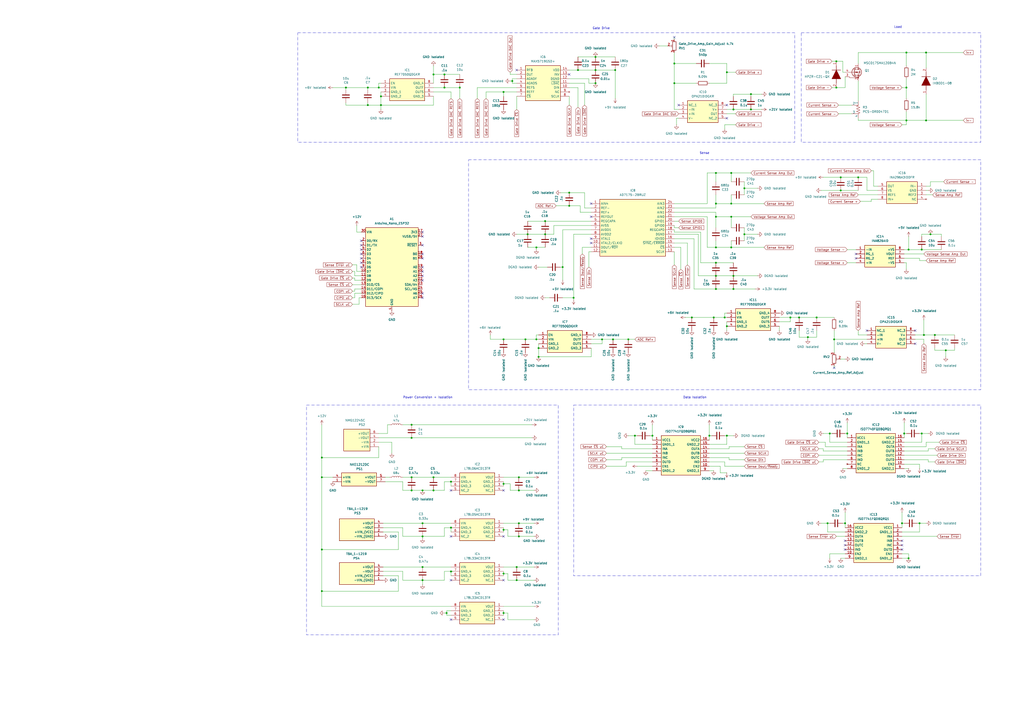
<source format=kicad_sch>
(kicad_sch (version 20231120) (generator "eeschema") (generator_version "8.0")
  (paper "A2")
  (junction (at 292.1 307.34))
  (junction (at 490.22 303.53))
  (junction (at 534.67 251.46))
  (junction (at 539.75 135.89))
  (junction (at 537.21 69.85))
  (junction (at 259.08 355.6))
  (junction (at 332.74 172.72))
  (junction (at 491.49 251.46))
  (junction (at 261.62 331.47))
  (junction (at 378.46 252.73))
  (junction (at 245.11 328.93))
  (junction (at 355.6 196.85))
  (junction (at 421.64 189.23))
  (junction (at 525.78 30.48))
  (junction (at 345.44 33.02))
  (junction (at 356.87 40.64))
  (junction (at 458.47 184.15))
  (junction (at 257.81 43.18))
  (junction (at 497.84 102.87))
  (junction (at 415.29 100.33))
  (junction (at 527.05 144.78))
  (junction (at 186.69 342.9))
  (junction (at 311.15 196.85))
  (junction (at 292.1 196.85))
  (junction (at 473.71 184.15))
  (junction (at 424.18 143.51))
  (junction (at 292.1 332.74))
  (junction (at 238.76 254))
  (junction (at 420.37 184.15))
  (junction (at 425.45 160.02))
  (junction (at 415.29 152.4))
  (junction (at 330.2 111.76))
  (junction (at 525.78 69.85))
  (junction (at 548.64 203.2))
  (junction (at 537.21 30.48))
  (junction (at 415.29 118.11))
  (junction (at 251.46 276.86))
  (junction (at 425.45 167.64))
  (junction (at 251.46 284.48))
  (junction (at 525.78 50.8))
  (junction (at 299.72 336.55))
  (junction (at 534.67 144.78))
  (junction (at 238.76 276.86))
  (junction (at 415.29 125.73))
  (junction (at 481.33 251.46))
  (junction (at 431.8 109.22))
  (junction (at 300.99 284.48))
  (junction (at 299.72 328.93))
  (junction (at 213.36 60.96))
  (junction (at 297.18 46.99))
  (junction (at 200.66 50.8))
  (junction (at 213.36 50.8))
  (junction (at 251.46 43.18))
  (junction (at 312.42 201.93))
  (junction (at 349.25 196.85))
  (junction (at 368.3 252.73))
  (junction (at 435.61 63.5))
  (junction (at 431.8 135.89))
  (junction (at 463.55 184.15))
  (junction (at 245.11 336.55))
  (junction (at 186.69 265.43))
  (junction (at 300.99 303.53))
  (junction (at 316.23 135.89))
  (junction (at 304.8 196.85))
  (junction (at 391.16 48.26))
  (junction (at 292.1 355.6))
  (junction (at 364.49 196.85))
  (junction (at 480.06 303.53))
  (junction (at 425.45 63.5))
  (junction (at 261.62 306.07))
  (junction (at 311.15 143.51))
  (junction (at 415.29 167.64))
  (junction (at 300.99 311.15))
  (junction (at 468.63 195.58))
  (junction (at 421.64 41.91))
  (junction (at 345.44 40.64))
  (junction (at 186.69 318.77))
  (junction (at 487.68 102.87))
  (junction (at 245.11 303.53))
  (junction (at 415.29 160.02))
  (junction (at 345.44 48.26))
  (junction (at 330.2 119.38))
  (junction (at 483.87 196.85))
  (junction (at 261.62 279.4))
  (junction (at 391.16 36.83))
  (junction (at 257.81 50.8))
  (junction (at 245.11 311.15))
  (junction (at 220.98 55.88))
  (junction (at 220.98 60.96))
  (junction (at 238.76 246.38))
  (junction (at 424.18 118.11))
  (junction (at 326.39 154.94))
  (junction (at 292.1 53.34))
  (junction (at 424.18 100.33))
  (junction (at 424.18 125.73))
  (junction (at 300.99 276.86))
  (junction (at 542.29 194.31))
  (junction (at 316.23 128.27))
  (junction (at 186.69 276.86))
  (junction (at 245.11 284.48))
  (junction (at 524.51 251.46))
  (junction (at 401.32 184.15))
  (junction (at 533.4 303.53))
  (junction (at 411.48 252.73))
  (junction (at 523.24 303.53))
  (junction (at 485.14 35.56))
  (junction (at 535.94 194.31))
  (junction (at 266.7 50.8))
  (junction (at 435.61 54.61))
  (junction (at 415.29 143.51))
  (junction (at 421.64 252.73))
  (junction (at 527.05 323.85))
  (junction (at 238.76 284.48))
  (junction (at 335.28 40.64))
  (junction (at 485.14 50.8))
  (junction (at 306.07 135.89))
  (junction (at 219.71 50.8))
  (junction (at 487.68 110.49))
  (junction (at 292.1 280.67))
  (junction (at 312.42 207.01))
  (junction (at 414.02 184.15))
  (no_connect (at 209.55 149.86))
  (no_connect (at 292.1 311.15))
  (no_connect (at 245.11 142.24))
  (no_connect (at 261.62 311.15))
  (no_connect (at 245.11 172.72))
  (no_connect (at 530.86 199.39))
  (no_connect (at 245.11 162.56))
  (no_connect (at 496.57 149.86))
  (no_connect (at 502.92 191.77))
  (no_connect (at 299.72 40.64))
  (no_connect (at 490.22 313.69))
  (no_connect (at 209.55 142.24))
  (no_connect (at 245.11 154.94))
  (no_connect (at 496.57 147.32))
  (no_connect (at 245.11 157.48))
  (no_connect (at 209.55 139.7))
  (no_connect (at 209.55 144.78))
  (no_connect (at 292.1 359.41))
  (no_connect (at 421.64 60.96))
  (no_connect (at 523.24 318.77))
  (no_connect (at 421.64 68.58))
  (no_connect (at 245.11 160.02))
  (no_connect (at 330.2 43.18))
  (no_connect (at 483.87 213.36))
  (no_connect (at 292.1 336.55))
  (no_connect (at 209.55 152.4))
  (no_connect (at 523.24 316.23))
  (no_connect (at 245.11 149.86))
  (no_connect (at 393.7 60.96))
  (no_connect (at 209.55 147.32))
  (no_connect (at 391.16 21.59))
  (no_connect (at 209.55 154.94))
  (no_connect (at 245.11 134.62))
  (no_connect (at 342.9 138.43))
  (no_connect (at 245.11 137.16))
  (no_connect (at 261.62 284.48))
  (no_connect (at 261.62 359.41))
  (no_connect (at 261.62 336.55))
  (no_connect (at 342.9 118.11))
  (no_connect (at 490.22 316.23))
  (no_connect (at 530.86 191.77))
  (no_connect (at 292.1 284.48))
  (no_connect (at 245.11 147.32))
  (no_connect (at 342.9 140.97))
  (no_connect (at 342.9 125.73))
  (no_connect (at 523.24 313.69))
  (no_connect (at 490.22 318.77))
  (no_connect (at 245.11 170.18))
  (wire (pts (xy 204.47 165.1) (xy 209.55 165.1)))
  (wire (pts (xy 186.69 342.9) (xy 231.14 342.9)))
  (wire (pts (xy 251.46 284.48) (xy 257.81 284.48)))
  (wire (pts (xy 306.07 143.51) (xy 311.15 143.51)))
  (wire (pts (xy 490.22 251.46) (xy 491.49 251.46)))
  (wire (pts (xy 391.16 48.26) (xy 391.16 63.5)))
  (wire (pts (xy 527.05 137.16) (xy 527.05 144.78)))
  (wire (pts (xy 491.49 144.78) (xy 496.57 144.78)))
  (wire (pts (xy 261.62 279.4) (xy 257.81 279.4)))
  (wire (pts (xy 412.75 252.73) (xy 411.48 252.73)))
  (wire (pts (xy 415.29 113.03) (xy 415.29 118.11)))
  (wire (pts (xy 257.81 279.4) (xy 257.81 284.48)))
  (wire (pts (xy 439.42 160.02) (xy 425.45 160.02)))
  (wire (pts (xy 222.25 303.53) (xy 245.11 303.53)))
  (wire (pts (xy 535.94 185.42) (xy 535.94 194.31)))
  (wire (pts (xy 463.55 191.77) (xy 463.55 195.58)))
  (wire (pts (xy 233.68 284.48) (xy 238.76 284.48)))
  (wire (pts (xy 378.46 252.73) (xy 378.46 255.27)))
  (wire (pts (xy 458.47 184.15) (xy 463.55 184.15)))
  (wire (pts (xy 299.72 63.5) (xy 299.72 55.88)))
  (wire (pts (xy 538.48 267.97) (xy 538.48 266.7)))
  (wire (pts (xy 491.49 266.7) (xy 477.52 266.7)))
  (wire (pts (xy 391.16 138.43) (xy 402.59 138.43)))
  (wire (pts (xy 548.64 203.2) (xy 542.29 203.2)))
  (wire (pts (xy 306.07 128.27) (xy 316.23 128.27)))
  (wire (pts (xy 341.63 48.26) (xy 345.44 48.26)))
  (wire (pts (xy 311.15 194.31) (xy 311.15 196.85)))
  (wire (pts (xy 421.64 186.69) (xy 421.64 189.23)))
  (wire (pts (xy 220.98 48.26) (xy 219.71 48.26)))
  (wire (pts (xy 527.05 321.31) (xy 527.05 323.85)))
  (wire (pts (xy 257.81 43.18) (xy 266.7 43.18)))
  (wire (pts (xy 474.98 256.54) (xy 478.79 256.54)))
  (wire (pts (xy 205.74 157.48) (xy 205.74 160.02)))
  (wire (pts (xy 491.49 152.4) (xy 496.57 152.4)))
  (wire (pts (xy 525.78 30.48) (xy 537.21 30.48)))
  (wire (pts (xy 415.29 123.19) (xy 415.29 125.73)))
  (wire (pts (xy 391.16 36.83) (xy 403.86 36.83)))
  (wire (pts (xy 245.11 284.48) (xy 251.46 284.48)))
  (wire (pts (xy 535.94 196.85) (xy 530.86 196.85)))
  (wire (pts (xy 251.46 55.88) (xy 251.46 60.96)))
  (wire (pts (xy 485.14 311.15) (xy 490.22 311.15)))
  (wire (pts (xy 204.47 161.29) (xy 205.74 161.29)))
  (wire (pts (xy 391.16 130.81) (xy 391.16 132.08)))
  (wire (pts (xy 251.46 276.86) (xy 261.62 276.86)))
  (wire (pts (xy 205.74 172.72) (xy 205.74 170.18)))
  (wire (pts (xy 534.67 137.16) (xy 534.67 135.89)))
  (wire (pts (xy 378.46 246.38) (xy 378.46 252.73)))
  (wire (pts (xy 411.48 265.43) (xy 422.91 265.43)))
  (wire (pts (xy 524.51 266.7) (xy 538.48 266.7)))
  (wire (pts (xy 325.12 154.94) (xy 326.39 154.94)))
  (wire (pts (xy 351.79 270.51) (xy 363.22 270.51)))
  (wire (pts (xy 360.68 266.7) (xy 360.68 265.43)))
  (wire (pts (xy 205.74 160.02) (xy 209.55 160.02)))
  (wire (pts (xy 488.95 41.91) (xy 490.22 41.91)))
  (wire (pts (xy 420.37 72.39) (xy 420.37 74.93)))
  (wire (pts (xy 205.74 170.18) (xy 209.55 170.18)))
  (wire (pts (xy 251.46 50.8) (xy 257.81 50.8)))
  (wire (pts (xy 349.25 196.85) (xy 349.25 199.39)))
  (wire (pts (xy 311.15 143.51) (xy 316.23 143.51)))
  (wire (pts (xy 539.75 135.89) (xy 546.1 135.89)))
  (wire (pts (xy 257.81 306.07) (xy 261.62 306.07)))
  (wire (pts (xy 204.47 172.72) (xy 205.74 172.72)))
  (wire (pts (xy 332.74 135.89) (xy 332.74 172.72)))
  (wire (pts (xy 415.29 118.11) (xy 424.18 118.11)))
  (wire (pts (xy 222.25 328.93) (xy 245.11 328.93)))
  (wire (pts (xy 207.01 130.81) (xy 207.01 134.62)))
  (wire (pts (xy 431.8 270.51) (xy 420.37 270.51)))
  (wire (pts (xy 325.12 111.76) (xy 330.2 111.76)))
  (wire (pts (xy 342.9 120.65) (xy 339.09 120.65)))
  (wire (pts (xy 482.6 50.8) (xy 485.14 50.8)))
  (wire (pts (xy 292.1 355.6) (xy 292.1 356.87)))
  (wire (pts (xy 341.63 154.94) (xy 341.63 146.05)))
  (wire (pts (xy 505.46 116.84) (xy 505.46 115.57)))
  (wire (pts (xy 533.4 149.86) (xy 524.51 149.86)))
  (wire (pts (xy 204.47 157.48) (xy 205.74 157.48)))
  (wire (pts (xy 415.29 120.65) (xy 415.29 118.11)))
  (wire (pts (xy 222.25 306.07) (xy 233.68 306.07)))
  (wire (pts (xy 525.78 152.4) (xy 524.51 152.4)))
  (wire (pts (xy 292.1 196.85) (xy 304.8 196.85)))
  (wire (pts (xy 309.88 336.55) (xy 299.72 336.55)))
  (wire (pts (xy 360.68 260.35) (xy 378.46 260.35)))
  (wire (pts (xy 420.37 270.51) (xy 420.37 267.97)))
  (wire (pts (xy 360.68 265.43) (xy 378.46 265.43)))
  (wire (pts (xy 281.94 53.34) (xy 292.1 53.34)))
  (wire (pts (xy 463.55 184.15) (xy 473.71 184.15)))
  (wire (pts (xy 276.86 50.8) (xy 276.86 57.15)))
  (wire (pts (xy 224.79 251.46) (xy 219.71 251.46)))
  (wire (pts (xy 410.21 100.33) (xy 410.21 118.11)))
  (wire (pts (xy 292.1 351.79) (xy 309.88 351.79)))
  (wire (pts (xy 257.81 311.15) (xy 257.81 306.07)))
  (wire (pts (xy 424.18 118.11) (xy 443.23 118.11)))
  (wire (pts (xy 497.84 30.48) (xy 525.78 30.48)))
  (wire (pts (xy 424.18 100.33) (xy 435.61 100.33)))
  (wire (pts (xy 391.16 135.89) (xy 405.13 135.89)))
  (wire (pts (xy 523.24 297.18) (xy 523.24 303.53)))
  (wire (pts (xy 337.82 147.32) (xy 337.82 143.51)))
  (wire (pts (xy 478.79 256.54) (xy 478.79 259.08)))
  (wire (pts (xy 238.76 246.38) (xy 308.61 246.38)))
  (wire (pts (xy 524.51 144.78) (xy 527.05 144.78)))
  (wire (pts (xy 523.24 50.8) (xy 525.78 50.8)))
  (wire (pts (xy 245.11 303.53) (xy 261.62 303.53)))
  (wire (pts (xy 488.95 35.56) (xy 488.95 41.91)))
  (wire (pts (xy 415.29 160.02) (xy 425.45 160.02)))
  (wire (pts (xy 312.42 201.93) (xy 312.42 207.01)))
  (wire (pts (xy 238.76 276.86) (xy 251.46 276.86)))
  (wire (pts (xy 186.69 318.77) (xy 186.69 276.86)))
  (wire (pts (xy 299.72 336.55) (xy 294.64 336.55)))
  (wire (pts (xy 257.81 355.6) (xy 259.08 355.6)))
  (wire (pts (xy 411.48 48.26) (xy 421.64 48.26)))
  (wire (pts (xy 477.52 267.97) (xy 477.52 266.7)))
  (wire (pts (xy 297.18 45.72) (xy 297.18 46.99)))
  (wire (pts (xy 309.88 311.15) (xy 300.99 311.15)))
  (wire (pts (xy 482.6 35.56) (xy 485.14 35.56)))
  (wire (pts (xy 542.29 203.2) (xy 542.29 201.93)))
  (wire (pts (xy 415.29 139.7) (xy 415.29 143.51)))
  (wire (pts (xy 533.4 269.24) (xy 533.4 271.78)))
  (wire (pts (xy 299.72 135.89) (xy 306.07 135.89)))
  (wire (pts (xy 524.51 245.11) (xy 524.51 251.46)))
  (wire (pts (xy 431.8 266.7) (xy 422.91 266.7)))
  (wire (pts (xy 406.4 134.62) (xy 406.4 152.4)))
  (wire (pts (xy 414.02 184.15) (xy 420.37 184.15)))
  (wire (pts (xy 292.1 53.34) (xy 292.1 55.88)))
  (wire (pts (xy 238.76 254) (xy 308.61 254)))
  (wire (pts (xy 483.87 213.36) (xy 483.87 212.09)))
  (wire (pts (xy 527.05 144.78) (xy 534.67 144.78)))
  (wire (pts (xy 405.13 135.89) (xy 405.13 160.02)))
  (wire (pts (xy 537.21 113.03) (xy 541.02 113.03)))
  (wire (pts (xy 345.44 40.64) (xy 356.87 40.64)))
  (wire (pts (xy 332.74 135.89) (xy 342.9 135.89)))
  (wire (pts (xy 533.4 303.53) (xy 537.21 303.53)))
  (wire (pts (xy 535.94 147.32) (xy 524.51 147.32)))
  (wire (pts (xy 477.52 260.35) (xy 477.52 261.62)))
  (wire (pts (xy 474.98 267.97) (xy 477.52 267.97)))
  (wire (pts (xy 316.23 172.72) (xy 318.77 172.72)))
  (wire (pts (xy 490.22 323.85) (xy 487.68 323.85)))
  (wire (pts (xy 420.37 181.61) (xy 420.37 184.15)))
  (wire (pts (xy 322.58 119.38) (xy 330.2 119.38)))
  (wire (pts (xy 222.25 308.61) (xy 231.14 308.61)))
  (wire (pts (xy 415.29 143.51) (xy 424.18 143.51)))
  (wire (pts (xy 537.21 256.54) (xy 537.21 259.08)))
  (wire (pts (xy 294.64 359.41) (xy 294.64 355.6)))
  (wire (pts (xy 294.64 336.55) (xy 294.64 332.74)))
  (wire (pts (xy 394.97 143.51) (xy 394.97 156.21)))
  (wire (pts (xy 391.16 21.59) (xy 391.16 22.86)))
  (wire (pts (xy 261.62 306.07) (xy 261.62 308.61)))
  (wire (pts (xy 294.64 311.15) (xy 294.64 307.34)))
  (wire (pts (xy 297.18 48.26) (xy 299.72 48.26)))
  (wire (pts (xy 336.55 123.19) (xy 336.55 119.38)))
  (wire (pts (xy 393.7 132.08) (xy 391.16 132.08)))
  (wire (pts (xy 483.87 196.85) (xy 483.87 204.47)))
  (wire (pts (xy 292.1 328.93) (xy 299.72 328.93)))
  (wire (pts (xy 426.72 41.91) (xy 421.64 41.91)))
  (wire (pts (xy 342.9 133.35) (xy 326.39 133.35)))
  (wire (pts (xy 424.18 143.51) (xy 443.23 143.51)))
  (wire (pts (xy 421.64 41.91) (xy 421.64 48.26)))
  (wire (pts (xy 534.67 251.46) (xy 534.67 256.54)))
  (wire (pts (xy 424.18 139.7) (xy 424.18 143.51)))
  (wire (pts (xy 186.69 265.43) (xy 219.71 265.43)))
  (wire (pts (xy 525.78 72.39) (xy 525.78 69.85)))
  (wire (pts (xy 205.74 168.91) (xy 205.74 167.64)))
  (wire (pts (xy 401.32 184.15) (xy 414.02 184.15)))
  (wire (pts (xy 238.76 284.48) (xy 245.11 284.48)))
  (wire (pts (xy 292.1 307.34) (xy 292.1 308.61)))
  (wire (pts (xy 497.84 69.85) (xy 525.78 69.85)))
  (wire (pts (xy 213.36 60.96) (xy 200.66 60.96)))
  (wire (pts (xy 391.16 125.73) (xy 410.21 125.73)))
  (wire (pts (xy 259.08 356.87) (xy 259.08 355.6)))
  (wire (pts (xy 532.13 303.53) (xy 533.4 303.53)))
  (wire (pts (xy 497.84 46.99) (xy 497.84 58.42)))
  (wire (pts (xy 292.1 306.07) (xy 292.1 307.34)))
  (wire (pts (xy 297.18 46.99) (xy 297.18 48.26)))
  (wire (pts (xy 251.46 38.1) (xy 251.46 43.18)))
  (wire (pts (xy 326.39 172.72) (xy 332.74 172.72)))
  (wire (pts (xy 505.46 115.57) (xy 509.27 115.57)))
  (wire (pts (xy 411.48 36.83) (xy 421.64 36.83)))
  (wire (pts (xy 482.6 251.46) (xy 481.33 251.46)))
  (wire (pts (xy 481.33 303.53) (xy 480.06 303.53)))
  (wire (pts (xy 524.51 256.54) (xy 534.67 256.54)))
  (wire (pts (xy 223.52 276.86) (xy 226.06 276.86)))
  (wire (pts (xy 523.24 72.39) (xy 525.78 72.39)))
  (wire (pts (xy 316.23 135.89) (xy 321.31 135.89)))
  (wire (pts (xy 207.01 157.48) (xy 209.55 157.48)))
  (wire (pts (xy 300.99 284.48) (xy 295.91 284.48)))
  (wire (pts (xy 533.4 303.53) (xy 533.4 308.61)))
  (wire (pts (xy 535.94 194.31) (xy 542.29 194.31)))
  (wire (pts (xy 205.74 161.29) (xy 205.74 162.56)))
  (wire (pts (xy 330.2 40.64) (xy 335.28 40.64)))
  (wire (pts (xy 311.15 144.78) (xy 311.15 143.51)))
  (wire (pts (xy 342.9 196.85) (xy 349.25 196.85)))
  (wire (pts (xy 299.72 45.72) (xy 297.18 45.72)))
  (wire (pts (xy 405.13 160.02) (xy 415.29 160.02)))
  (wire (pts (xy 406.4 152.4) (xy 415.29 152.4)))
  (wire (pts (xy 397.51 184.15) (xy 401.32 184.15)))
  (wire (pts (xy 410.21 143.51) (xy 415.29 143.51)))
  (wire (pts (xy 233.68 279.4) (xy 233.68 284.48)))
  (wire (pts (xy 424.18 125.73) (xy 435.61 125.73)))
  (wire (pts (xy 186.69 351.79) (xy 186.69 342.9)))
  (wire (pts (xy 525.78 69.85) (xy 537.21 69.85)))
  (wire (pts (xy 474.98 260.35) (xy 477.52 260.35)))
  (wire (pts (xy 391.16 143.51) (xy 394.97 143.51)))
  (wire (pts (xy 292.1 280.67) (xy 295.91 280.67)))
  (wire (pts (xy 220.98 60.96) (xy 220.98 63.5)))
  (wire (pts (xy 292.1 332.74) (xy 292.1 334.01)))
  (wire (pts (xy 312.42 154.94) (xy 317.5 154.94)))
  (wire (pts (xy 524.51 271.78) (xy 527.05 271.78)))
  (wire (pts (xy 321.31 135.89) (xy 321.31 130.81)))
  (wire (pts (xy 411.48 270.51) (xy 417.83 270.51)))
  (wire (pts (xy 292.1 331.47) (xy 292.1 332.74)))
  (wire (pts (xy 224.79 246.38) (xy 224.79 251.46)))
  (wire (pts (xy 330.2 119.38) (xy 336.55 119.38)))
  (wire (pts (xy 481.33 251.46) (xy 481.33 256.54)))
  (wire (pts (xy 486.41 66.04) (xy 494.03 66.04)))
  (wire (pts (xy 392.43 68.58) (xy 393.7 68.58)))
  (wire (pts (xy 398.78 153.67) (xy 398.78 140.97)))
  (wire (pts (xy 534.67 135.89) (xy 539.75 135.89)))
  (wire (pts (xy 463.55 195.58) (xy 468.63 195.58)))
  (wire (pts (xy 411.48 260.35) (xy 422.91 260.35)))
  (wire (pts (xy 539.75 105.41) (xy 547.37 105.41)))
  (wire (pts (xy 355.6 196.85) (xy 364.49 196.85)))
  (wire (pts (xy 497.84 102.87) (xy 502.92 102.87)))
  (wire (pts (xy 505.46 99.06) (xy 506.73 99.06)))
  (wire (pts (xy 284.48 196.85) (xy 292.1 196.85)))
  (wire (pts (xy 523.24 321.31) (xy 527.05 321.31)))
  (wire (pts (xy 525.78 251.46) (xy 524.51 251.46)))
  (wire (pts (xy 411.48 257.81) (xy 421.64 257.81)))
  (wire (pts (xy 292.1 276.86) (xy 300.99 276.86)))
  (wire (pts (xy 473.71 195.58) (xy 473.71 191.77)))
  (wire (pts (xy 415.29 167.64) (xy 425.45 167.64)))
  (wire (pts (xy 335.28 62.23) (xy 335.28 50.8)))
  (wire (pts (xy 360.68 259.08) (xy 360.68 260.35)))
  (wire (pts (xy 421.64 181.61) (xy 420.37 181.61)))
  (wire (pts (xy 468.63 196.85) (xy 468.63 195.58)))
  (wire (pts (xy 208.28 172.72) (xy 209.55 172.72)))
  (wire (pts (xy 468.63 195.58) (xy 473.71 195.58)))
  (wire (pts (xy 491.49 259.08) (xy 478.79 259.08)))
  (wire (pts (xy 421.64 63.5) (xy 425.45 63.5)))
  (wire (pts (xy 257.81 336.55) (xy 257.81 331.47)))
  (wire (pts (xy 542.29 260.35) (xy 538.48 260.35)))
  (wire (pts (xy 356.87 57.15) (xy 356.87 40.64)))
  (wire (pts (xy 312.42 199.39) (xy 312.42 201.93)))
  (wire (pts (xy 245.11 328.93) (xy 261.62 328.93)))
  (wire (pts (xy 351.79 266.7) (xy 360.68 266.7)))
  (wire (pts (xy 537.21 39.37) (xy 537.21 30.48)))
  (wire (pts (xy 220.98 53.34) (xy 220.98 55.88)))
  (wire (pts (xy 435.61 54.61) (xy 435.61 55.88)))
  (wire (pts (xy 186.69 246.38) (xy 186.69 265.43)))
  (wire (pts (xy 391.16 140.97) (xy 398.78 140.97)))
  (wire (pts (xy 332.74 172.72) (xy 332.74 173.99)))
  (wire (pts (xy 259.08 355.6) (xy 259.08 354.33)))
  (wire (pts (xy 422.91 266.7) (xy 422.91 265.43)))
  (wire (pts (xy 261.62 356.87) (xy 259.08 356.87)))
  (wire (pts (xy 548.64 203.2) (xy 553.72 203.2)))
  (wire (pts (xy 524.51 259.08) (xy 537.21 259.08)))
  (wire (pts (xy 421.64 36.83) (xy 421.64 41.91)))
  (wire (pts (xy 420.37 267.97) (xy 411.48 267.97)))
  (wire (pts (xy 431.8 132.08) (xy 431.8 135.89)))
  (wire (pts (xy 530.86 194.31) (xy 535.94 194.31)))
  (wire (pts (xy 213.36 50.8) (xy 219.71 50.8)))
  (wire (pts (xy 488.95 271.78) (xy 491.49 271.78)))
  (wire (pts (xy 477.52 102.87) (xy 487.68 102.87)))
  (wire (pts (xy 480.06 303.53) (xy 480.06 308.61)))
  (wire (pts (xy 391.16 36.83) (xy 391.16 48.26)))
  (wire (pts (xy 488.95 303.53) (xy 490.22 303.53)))
  (wire (pts (xy 539.75 107.95) (xy 539.75 105.41)))
  (wire (pts (xy 490.22 50.8) (xy 490.22 44.45)))
  (wire (pts (xy 233.68 306.07) (xy 233.68 311.15)))
  (wire (pts (xy 220.98 55.88) (xy 220.98 60.96)))
  (wire (pts (xy 257.81 331.47) (xy 261.62 331.47)))
  (wire (pts (xy 411.48 262.89) (xy 431.8 262.89)))
  (wire (pts (xy 382.27 26.67) (xy 387.35 26.67)))
  (wire (pts (xy 309.88 284.48) (xy 300.99 284.48)))
  (wire (pts (xy 299.72 328.93) (xy 309.88 328.93)))
  (wire (pts (xy 219.71 254) (xy 238.76 254)))
  (wire (pts (xy 411.48 246.38) (xy 411.48 252.73)))
  (wire (pts (xy 431.8 105.41) (xy 431.8 109.22)))
  (wire (pts (xy 483.87 196.85) (xy 502.92 196.85)))
  (wire (pts (xy 483.87 191.77) (xy 483.87 196.85)))
  (wire (pts (xy 391.16 120.65) (xy 415.29 120.65)))
  (wire (pts (xy 425.45 55.88) (xy 425.45 54.61)))
  (wire (pts (xy 392.43 72.39) (xy 392.43 68.58)))
  (wire (pts (xy 425.45 167.64) (xy 438.15 167.64)))
  (wire (pts (xy 245.11 311.15) (xy 245.11 312.42)))
  (wire (pts (xy 431.8 109.22) (xy 439.42 109.22)))
  (wire (pts (xy 431.8 135.89) (xy 431.8 139.7)))
  (wire (pts (xy 251.46 43.18) (xy 251.46 48.26)))
  (wire (pts (xy 369.57 252.73) (xy 368.3 252.73)))
  (wire (pts (xy 200.66 52.07) (xy 200.66 50.8)))
  (wire (pts (xy 523.24 308.61) (xy 533.4 308.61)))
  (wire (pts (xy 411.48 252.73) (xy 411.48 255.27)))
  (wire (pts (xy 204.47 176.53) (xy 208.28 176.53)))
  (wire (pts (xy 490.22 308.61) (xy 480.06 308.61)))
  (wire (pts (xy 251.46 43.18) (xy 257.81 43.18)))
  (wire (pts (xy 452.12 184.15) (xy 458.47 184.15)))
  (wire (pts (xy 261.62 57.15) (xy 261.62 53.34)))
  (wire (pts (xy 435.61 54.61) (xy 441.96 54.61)))
  (wire (pts (xy 402.59 167.64) (xy 415.29 167.64)))
  (wire (pts (xy 458.47 186.69) (xy 458.47 184.15)))
  (wire (pts (xy 259.08 354.33) (xy 261.62 354.33)))
  (wire (pts (xy 193.04 50.8) (xy 200.66 50.8)))
  (wire (pts (xy 227.33 262.89) (xy 227.33 256.54)))
  (wire (pts (xy 523.24 311.15) (xy 543.56 311.15)))
  (wire (pts (xy 292.1 355.6) (xy 294.64 355.6)))
  (wire (pts (xy 276.86 50.8) (xy 299.72 50.8)))
  (wire (pts (xy 509.27 107.95) (xy 506.73 107.95)))
  (wire (pts (xy 441.96 63.5) (xy 435.61 63.5)))
  (wire (pts (xy 281.94 57.15) (xy 281.94 53.34)))
  (wire (pts (xy 219.71 265.43) (xy 219.71 259.08)))
  (wire (pts (xy 295.91 41.91) (xy 295.91 43.18)))
  (wire (pts (xy 300.99 303.53) (xy 309.88 303.53)))
  (wire (pts (xy 304.8 196.85) (xy 311.15 196.85)))
  (wire (pts (xy 534.67 144.78) (xy 546.1 144.78)))
  (wire (pts (xy 524.51 264.16) (xy 543.56 264.16)))
  (wire (pts (xy 527.05 323.85) (xy 523.24 323.85)))
  (wire (pts (xy 326.39 133.35) (xy 326.39 154.94)))
  (wire (pts (xy 335.28 40.64) (xy 345.44 40.64)))
  (wire (pts (xy 421.64 252.73) (xy 421.64 257.81)))
  (wire (pts (xy 537.21 69.85) (xy 558.8 69.85)))
  (wire (pts (xy 486.41 60.96) (xy 494.03 60.96)))
  (wire (pts (xy 295.91 46.99) (xy 297.18 46.99)))
  (wire (pts (xy 415.29 152.4) (xy 425.45 152.4)))
  (wire (pts (xy 497.84 191.77) (xy 497.84 194.31)))
  (wire (pts (xy 417.83 274.32) (xy 417.83 270.51)))
  (wire (pts (xy 452.12 186.69) (xy 458.47 186.69)))
  (wire (pts (xy 337.82 143.51) (xy 342.9 143.51)))
  (wire (pts (xy 546.1 135.89) (xy 546.1 137.16)))
  (wire (pts (xy 342.9 199.39) (xy 349.25 199.39)))
  (wire (pts (xy 491.49 245.11) (xy 491.49 251.46)))
  (wire (pts (xy 524.51 251.46) (xy 524.51 254)))
  (wire (pts (xy 238.76 246.38) (xy 233.68 246.38)))
  (wire (pts (xy 537.21 151.13) (xy 533.4 151.13)))
  (wire (pts (xy 420.37 252.73) (xy 421.64 252.73)))
  (wire (pts (xy 330.2 45.72) (xy 341.63 45.72)))
  (wire (pts (xy 231.14 334.01) (xy 231.14 342.9)))
  (wire (pts (xy 261.62 331.47) (xy 261.62 334.01)))
  (wire (pts (xy 316.23 128.27) (xy 342.9 128.27)))
  (wire (pts (xy 537.21 30.48) (xy 558.8 30.48)))
  (wire (pts (xy 300.99 311.15) (xy 294.64 311.15)))
  (wire (pts (xy 251.46 60.96) (xy 220.98 60.96)))
  (wire (pts (xy 205.74 162.56) (xy 209.55 162.56)))
  (wire (pts (xy 391.16 128.27) (xy 393.7 128.27)))
  (wire (pts (xy 336.55 123.19) (xy 342.9 123.19)))
  (wire (pts (xy 548.64 207.01) (xy 548.64 203.2)))
  (wire (pts (xy 245.11 336.55) (xy 245.11 339.09)))
  (wire (pts (xy 391.16 153.67) (xy 391.16 146.05)))
  (wire (pts (xy 292.1 303.53) (xy 300.99 303.53)))
  (wire (pts (xy 368.3 196.85) (xy 364.49 196.85)))
  (wire (pts (xy 231.14 308.61) (xy 231.14 318.77)))
  (wire (pts (xy 525.78 156.21) (xy 525.78 152.4)))
  (wire (pts (xy 481.33 321.31) (xy 481.33 323.85)))
  (wire (pts (xy 524.51 269.24) (xy 533.4 269.24)))
  (wire (pts (xy 311.15 196.85) (xy 312.42 196.85)))
  (wire (pts (xy 368.3 252.73) (xy 364.49 252.73)))
  (wire (pts (xy 497.84 194.31) (xy 502.92 194.31)))
  (wire (pts (xy 525.78 45.72) (xy 525.78 50.8)))
  (wire (pts (xy 292.1 354.33) (xy 292.1 355.6)))
  (wire (pts (xy 431.8 259.08) (xy 422.91 259.08)))
  (wire (pts (xy 534.67 251.46) (xy 538.48 251.46)))
  (wire (pts (xy 415.29 125.73) (xy 424.18 125.73)))
  (wire (pts (xy 262.89 331.47) (xy 261.62 331.47)))
  (wire (pts (xy 207.01 153.67) (xy 207.01 157.48)))
  (wire (pts (xy 391.16 30.48) (xy 391.16 36.83)))
  (wire (pts (xy 349.25 196.85) (xy 355.6 196.85)))
  (wire (pts (xy 368.3 252.73) (xy 368.3 257.81)))
  (wire (pts (xy 523.24 303.53) (xy 523.24 306.07)))
  (wire (pts (xy 213.36 59.69) (xy 213.36 60.96)))
  (wire (pts (xy 295.91 43.18) (xy 299.72 43.18)))
  (wire (pts (xy 339.09 120.65) (xy 339.09 111.76)))
  (wire (pts (xy 231.14 318.77) (xy 186.69 318.77)))
  (wire (pts (xy 363.22 270.51) (xy 363.22 267.97)))
  (wire (pts (xy 410.21 125.73) (xy 410.21 143.51)))
  (wire (pts (xy 487.68 102.87) (xy 497.84 102.87)))
  (wire (pts (xy 452.12 189.23) (xy 452.12 191.77)))
  (wire (pts (xy 426.72 72.39) (xy 420.37 72.39)))
  (wire (pts (xy 233.68 331.47) (xy 233.68 336.55)))
  (wire (pts (xy 402.59 138.43) (xy 402.59 167.64)))
  (wire (pts (xy 292.1 53.34) (xy 299.72 53.34)))
  (wire (pts (xy 424.18 125.73) (xy 424.18 132.08)))
  (wire (pts (xy 415.29 125.73) (xy 415.29 132.08)))
  (wire (pts (xy 391.16 123.19) (xy 415.29 123.19)))
  (wire (pts (xy 391.16 134.62) (xy 391.16 133.35)))
  (wire (pts (xy 330.2 111.76) (xy 339.09 111.76)))
  (wire (pts (xy 295.91 284.48) (xy 295.91 280.67)))
  (wire (pts (xy 186.69 265.43) (xy 186.69 276.86)))
  (wire (pts (xy 342.9 207.01) (xy 312.42 207.01)))
  (wire (pts (xy 300.99 276.86) (xy 309.88 276.86)))
  (wire (pts (xy 415.29 100.33) (xy 424.18 100.33)))
  (wire (pts (xy 245.11 311.15) (xy 257.81 311.15)))
  (wire (pts (xy 219.71 50.8) (xy 220.98 50.8)))
  (wire (pts (xy 473.71 184.15) (xy 483.87 184.15)))
  (wire (pts (xy 502.92 110.49) (xy 509.27 110.49)))
  (wire (pts (xy 292.1 332.74) (xy 294.64 332.74)))
  (wire (pts (xy 306.07 135.89) (xy 316.23 135.89)))
  (wire (pts (xy 491.49 251.46) (xy 491.49 254)))
  (wire (pts (xy 544.83 256.54) (xy 537.21 256.54)))
  (wire (pts (xy 284.48 194.31) (xy 284.48 196.85)))
  (wire (pts (xy 351.79 262.89) (xy 378.46 262.89)))
  (wire (pts (xy 537.21 54.61) (xy 537.21 69.85)))
  (wire (pts (xy 490.22 321.31) (xy 481.33 321.31)))
  (wire (pts (xy 533.4 151.13) (xy 533.4 149.86)))
  (wire (pts (xy 421.64 252.73) (xy 425.45 252.73)))
  (wire (pts (xy 342.9 201.93) (xy 342.9 207.01)))
  (wire (pts (xy 499.11 116.84) (xy 505.46 116.84)))
  (wire (pts (xy 553.72 201.93) (xy 553.72 203.2)))
  (wire (pts (xy 410.21 118.11) (xy 391.16 118.11)))
  (wire (pts (xy 415.29 100.33) (xy 410.21 100.33)))
  (wire (pts (xy 490.22 303.53) (xy 490.22 306.07)))
  (wire (pts (xy 261.62 53.34) (xy 251.46 53.34)))
  (wire (pts (xy 420.37 184.15) (xy 421.64 184.15)))
  (wire (pts (xy 542.29 194.31) (xy 553.72 194.31)))
  (wire (pts (xy 537.21 110.49) (xy 538.48 110.49)))
  (wire (pts (xy 345.44 33.02) (xy 356.87 33.02)))
  (wire (pts (xy 497.84 30.48) (xy 497.84 36.83)))
  (wire (pts (xy 208.28 176.53) (xy 208.28 172.72)))
  (wire (pts (xy 537.21 107.95) (xy 539.75 107.95)))
  (wire (pts (xy 377.19 252.73) (xy 378.46 252.73)))
  (wire (pts (xy 422.91 259.08) (xy 422.91 260.35)))
  (wire (pts (xy 506.73 107.95) (xy 506.73 99.06)))
  (wire (pts (xy 266.7 50.8) (xy 266.7 57.15)))
  (wire (pts (xy 186.69 351.79) (xy 261.62 351.79)))
  (wire (pts (xy 391.16 63.5) (xy 393.7 63.5)))
  (wire (pts (xy 207.01 134.62) (xy 209.55 134.62)))
  (wire (pts (xy 480.06 303.53) (xy 476.25 303.53)))
  (wire (pts (xy 542.29 267.97) (xy 538.48 267.97)))
  (wire (pts (xy 525.78 50.8) (xy 525.78 57.15)))
  (wire (pts (xy 490.22 297.18) (xy 490.22 303.53)))
  (wire (pts (xy 222.25 334.01) (xy 231.14 334.01)))
  (wire (pts (xy 257.81 50.8) (xy 266.7 50.8)))
  (wire (pts (xy 330.2 60.96) (xy 330.2 55.88)))
  (wire (pts (xy 351.79 259.08) (xy 360.68 259.08)))
  (wire (pts (xy 245.11 336.55) (xy 257.81 336.55)))
  (wire (pts (xy 425.45 54.61) (xy 435.61 54.61)))
  (wire (pts (xy 233.68 311.15) (xy 245.11 311.15)))
  (wire (pts (xy 481.33 251.46) (xy 477.52 251.46)))
  (wire (pts (xy 497.84 68.58) (xy 497.84 69.85)))
  (wire (pts (xy 341.63 146.05) (xy 342.9 146.05)))
  (wire (pts (xy 421.64 66.04) (xy 426.72 66.04)))
  (wire (pts (xy 487.68 110.49) (xy 497.84 110.49)))
  (wire (pts (xy 233.68 276.86) (xy 238.76 276.86)))
  (wire (pts (xy 391.16 134.62) (xy 406.4 134.62)))
  (wire (pts (xy 339.09 60.96) (xy 339.09 48.26)))
  (wire (pts (xy 204.47 153.67) (xy 207.01 153.67)))
  (wire (pts (xy 421.64 189.23) (xy 421.64 191.77)))
  (wire (pts (xy 378.46 257.81) (xy 368.3 257.81)))
  (wire (pts (xy 411.48 273.05) (xy 414.02 273.05)))
  (wire (pts (xy 535.94 199.39) (xy 535.94 196.85)))
  (wire (pts (xy 261.62 279.4) (xy 261.62 281.94)))
  (wire (pts (xy 292.1 280.67) (xy 292.1 281.94)))
  (wire (pts (xy 200.66 59.69) (xy 200.66 60.96)))
  (wire (pts (xy 233.68 336.55) (xy 245.11 336.55)))
  (wire (pts (xy 485.14 35.56) (xy 488.95 35.56)))
  (wire (pts (xy 369.57 270.51) (xy 378.46 270.51)))
  (wire (pts (xy 213.36 52.07) (xy 213.36 50.8)))
  (wire (pts (xy 491.49 264.16) (xy 474.98 264.16)))
  (wire (pts (xy 233.68 279.4) (xy 223.52 279.4)))
  (wire (pts (xy 321.31 130.81) (xy 342.9 130.81)))
  (wire (pts (xy 186.69 342.9) (xy 186.69 318.77)))
  (wire (pts (xy 193.04 276.86) (xy 186.69 276.86)))
  (wire (pts (xy 363.22 267.97) (xy 378.46 267.97)))
  (wire (pts (xy 491.49 261.62) (xy 477.52 261.62)))
  (wire (pts (xy 391.16 48.26) (xy 403.86 48.26)))
  (wire (pts (xy 222.25 331.47) (xy 233.68 331.47)))
  (wire (pts (xy 485.14 50.8) (xy 490.22 50.8)))
  (wire (pts (xy 339.09 48.26) (xy 330.2 48.26)))
  (wire (pts (xy 219.71 48.26) (xy 219.71 50.8)))
  (wire (pts (xy 490.22 208.28) (xy 487.68 208.28)))
  (wire (pts (xy 476.25 110.49) (xy 487.68 110.49)))
  (wire (pts (xy 341.63 45.72) (xy 341.63 48.26)))
  (wire (pts (xy 326.39 154.94) (xy 326.39 162.56)))
  (wire (pts (xy 501.65 199.39) (xy 502.92 199.39)))
  (wire (pts (xy 204.47 168.91) (xy 205.74 168.91)))
  (wire (pts (xy 220.98 60.96) (xy 213.36 60.96)))
  (wire (pts (xy 524.51 261.62) (xy 538.48 261.62)))
  (wire (pts (xy 309.88 359.41) (xy 294.64 359.41)))
  (wire (pts (xy 424.18 113.03) (xy 424.18 118.11)))
  (wire (pts (xy 374.65 273.05) (xy 378.46 273.05)))
  (wire (pts (xy 525.78 30.48) (xy 525.78 38.1)))
  (wire (pts (xy 424.18 100.33) (xy 424.18 105.41)))
  (wire (pts (xy 330.2 50.8) (xy 335.28 50.8)))
  (wire (pts (xy 431.8 109.22) (xy 431.8 113.03)))
  (wire (pts (xy 224.79 246.38) (xy 226.06 246.38)))
  (wire (pts (xy 415.29 100.33) (xy 415.29 105.41)))
  (wire (pts (xy 292.1 279.4) (xy 292.1 280.67)))
  (wire (pts (xy 335.28 33.02) (xy 345.44 33.02)))
  (wire (pts (xy 312.42 194.31) (xy 311.15 194.31)))
  (wire (pts (xy 491.49 256.54) (xy 481.33 256.54)))
  (wire (pts (xy 431.8 135.89) (xy 439.42 135.89)))
  (wire (pts (xy 525.78 64.77) (xy 525.78 69.85)))
  (wire (pts (xy 205.74 167.64) (xy 209.55 167.64)))
  (wire (pts (xy 524.51 303.53) (xy 523.24 303.53)))
  (wire (pts (xy 200.66 50.8) (xy 213.36 50.8)))
  (wire (pts (xy 421.64 274.32) (xy 417.83 274.32)))
  (wire (pts (xy 497.84 113.03) (xy 509.27 113.03)))
  (wire (pts (xy 533.4 251.46) (xy 534.67 251.46)))
  (wire (pts (xy 435.61 63.5) (xy 425.45 63.5)))
  (wire (pts (xy 292.1 307.34) (xy 294.64 307.34)))
  (wire (pts (xy 502.92 102.87) (xy 502.92 110.49)))
  (wire (pts (xy 538.48 260.35) (xy 538.48 261.62)))
  (wire (pts (xy 227.33 256.54) (xy 219.71 256.54)))
  (rectangle (start 271.78 92.71) (end 568.96 226.06) (stroke (width 0) (type dash_dot)))
  (rectangle (start 172.72 19.05) (end 461.01 82.55) (stroke (width 0) (type dash_dot)))
  (rectangle (start 464.82 19.05) (end 568.96 82.55) (stroke (width 0) (type dash_dot)))
  (rectangle (start 177.8 234.95) (end 323.85 368.3) (stroke (width 0) (type dash_dot)))
  (rectangle (start 332.74 234.95) (end 568.96 334.01) (stroke (width 0) (type dash_dot)))
  (text "Gate Drive" (at 348.742 16.51 0) (effects (font (size 1.27 1.27))))
  (text "Sense" (at 408.686 88.9 0) (effects (font (size 1.27 1.27))))
  (text "Power Conversion + Isolation" (at 248.158 230.632 0) (effects (font (size 1.27 1.27))))
  (text "Load" (at 520.954 15.748 0) (effects (font (size 1.27 1.27))))
  (text "Data Isolation" (at 403.098 230.632 0) (effects (font (size 1.27 1.27))))
  (global_label "Gate Drive Din" (shape input) (at 543.56 264.16 0) (property "Intersheetrefs" "${INTERSHEET_REFS}" (effects (hide yes))))
  (global_label "Voltage Sense +" (shape input) (at 491.49 152.4 180) (property "Intersheetrefs" "${INTERSHEET_REFS}" (effects (hide yes))))
  (global_label "Sense Din" (shape input) (at 431.8 266.7 0) (property "Intersheetrefs" "${INTERSHEET_REFS}" (effects (hide yes))))
  (global_label "Sense ~{Error}" (shape input) (at 398.78 153.67 270) (property "Intersheetrefs" "${INTERSHEET_REFS}" (effects (hide yes))))
  (global_label "Gate Drive +" (shape input) (at 426.72 41.91 0) (property "Intersheetrefs" "${INTERSHEET_REFS}" (effects (hide yes))))
  (global_label "ADC Ref+" (shape input) (at 368.3 196.85 0) (property "Intersheetrefs" "${INTERSHEET_REFS}" (effects (hide yes))))
  (global_label "Sense ~{Error} uC" (shape input) (at 204.47 153.67 180) (property "Intersheetrefs" "${INTERSHEET_REFS}" (effects (hide yes))))
  (global_label "Sense Din" (shape input) (at 341.63 154.94 270) (property "Intersheetrefs" "${INTERSHEET_REFS}" (effects (hide yes))))
  (global_label "Gate Drive Din" (shape input) (at 335.28 62.23 270) (property "Intersheetrefs" "${INTERSHEET_REFS}" (effects (hide yes))))
  (global_label "Gate Drive ~{CS}" (shape input) (at 544.83 256.54 0) (property "Intersheetrefs" "${INTERSHEET_REFS}" (effects (hide yes))))
  (global_label "Current Sense -" (shape input) (at 486.41 66.04 180) (property "Intersheetrefs" "${INTERSHEET_REFS}" (effects (hide yes))))
  (global_label "Sense Dout{slash}~{Ready}" (shape input) (at 337.82 147.32 270) (property "Intersheetrefs" "${INTERSHEET_REFS}" (effects (hide yes))))
  (global_label "Gate Drive ~{LDAC} uC" (shape input) (at 204.47 157.48 180) (property "Intersheetrefs" "${INTERSHEET_REFS}" (effects (hide yes))))
  (global_label "Voltage Sense +" (shape input) (at 523.24 50.8 180) (property "Intersheetrefs" "${INTERSHEET_REFS}" (effects (hide yes))))
  (global_label "COPI uC" (shape input) (at 474.98 264.16 180) (property "Intersheetrefs" "${INTERSHEET_REFS}" (effects (hide yes))))
  (global_label "Sense Amp Ref" (shape input) (at 443.23 143.51 0) (property "Intersheetrefs" "${INTERSHEET_REFS}" (effects (hide yes))))
  (global_label "Sense GPIO1" (shape input) (at 393.7 132.08 0) (property "Intersheetrefs" "${INTERSHEET_REFS}" (effects (hide yes))))
  (global_label "COPI uC" (shape input) (at 204.47 168.91 180) (property "Intersheetrefs" "${INTERSHEET_REFS}" (effects (hide yes))))
  (global_label "Sense ~{CS}" (shape input) (at 431.8 259.08 0) (property "Intersheetrefs" "${INTERSHEET_REFS}" (effects (hide yes))))
  (global_label "ADC Ref+" (shape input) (at 322.58 119.38 180) (property "Intersheetrefs" "${INTERSHEET_REFS}" (effects (hide yes))))
  (global_label "Current Sense +" (shape input) (at 486.41 60.96 180) (property "Intersheetrefs" "${INTERSHEET_REFS}" (effects (hide yes))))
  (global_label "SCLK uC" (shape input) (at 474.98 260.35 180) (property "Intersheetrefs" "${INTERSHEET_REFS}" (effects (hide yes))))
  (global_label "Sense SCLK" (shape input) (at 391.16 153.67 270) (property "Intersheetrefs" "${INTERSHEET_REFS}" (effects (hide yes))))
  (global_label "SCLK uC" (shape input) (at 204.47 176.53 180) (property "Intersheetrefs" "${INTERSHEET_REFS}" (effects (hide yes))))
  (global_label "Sense Amp Ref" (shape input) (at 497.84 191.77 90) (property "Intersheetrefs" "${INTERSHEET_REFS}" (effects (hide yes))))
  (global_label "Sense ~{Error}" (shape input) (at 543.56 311.15 0) (property "Intersheetrefs" "${INTERSHEET_REFS}" (effects (hide yes))))
  (global_label "Sense ~{Error} uC" (shape input) (at 485.14 311.15 180) (property "Intersheetrefs" "${INTERSHEET_REFS}" (effects (hide yes))))
  (global_label "in+" (shape input) (at 558.8 30.48 0) (property "Intersheetrefs" "${INTERSHEET_REFS}" (effects (hide yes))))
  (global_label "Gate Drive +" (shape input) (at 426.72 66.04 0) (property "Intersheetrefs" "${INTERSHEET_REFS}" (effects (hide yes))))
  (global_label "Gate Drive ~{CS}" (shape input) (at 299.72 63.5 270) (property "Intersheetrefs" "${INTERSHEET_REFS}" (effects (hide yes))))
  (global_label "CIPO uC" (shape input) (at 351.79 270.51 180) (property "Intersheetrefs" "${INTERSHEET_REFS}" (effects (hide yes))))
  (global_label "Sense Amp Ref" (shape input) (at 535.94 199.39 270) (property "Intersheetrefs" "${INTERSHEET_REFS}" (effects (hide yes))))
  (global_label "Gate Drive DAC REFF" (shape input) (at 281.94 57.15 270) (property "Intersheetrefs" "${INTERSHEET_REFS}" (effects (hide yes))))
  (global_label "Sense GPIO0" (shape input) (at 393.7 128.27 0) (property "Intersheetrefs" "${INTERSHEET_REFS}" (effects (hide yes))))
  (global_label "Gate Drive DAC REFS" (shape input) (at 261.62 57.15 270) (property "Intersheetrefs" "${INTERSHEET_REFS}" (effects (hide yes))))
  (global_label "Gate Drive -" (shape input) (at 482.6 50.8 180) (property "Intersheetrefs" "${INTERSHEET_REFS}" (effects (hide yes))))
  (global_label "Gate Drive DAC REFF" (shape input) (at 266.7 57.15 270) (property "Intersheetrefs" "${INTERSHEET_REFS}" (effects (hide yes))))
  (global_label "Gate Drive ~{CS} uC" (shape input) (at 204.47 161.29 180) (property "Intersheetrefs" "${INTERSHEET_REFS}" (effects (hide yes))))
  (global_label "Gate Drive ~{LDAC} uC" (shape input) (at 474.98 267.97 180) (property "Intersheetrefs" "${INTERSHEET_REFS}" (effects (hide yes))))
  (global_label "Current Sense Amp Out" (shape input) (at 435.61 100.33 0) (property "Intersheetrefs" "${INTERSHEET_REFS}" (effects (hide yes))))
  (global_label "Sense SCLK" (shape input) (at 431.8 262.89 0) (property "Intersheetrefs" "${INTERSHEET_REFS}" (effects (hide yes))))
  (global_label "Sense Dout{slash}~{Ready}" (shape input) (at 431.8 270.51 0) (property "Intersheetrefs" "${INTERSHEET_REFS}" (effects (hide yes))))
  (global_label "SCLK uC" (shape input) (at 351.79 262.89 180) (property "Intersheetrefs" "${INTERSHEET_REFS}" (effects (hide yes))))
  (global_label "Gate Drive SCLK" (shape input) (at 542.29 260.35 0) (property "Intersheetrefs" "${INTERSHEET_REFS}" (effects (hide yes))))
  (global_label "Current Sense Amp Out" (shape input) (at 505.46 99.06 180) (property "Intersheetrefs" "${INTERSHEET_REFS}" (effects (hide yes))))
  (global_label "Gate Drive DAC REFS" (shape input) (at 276.86 57.15 270) (property "Intersheetrefs" "${INTERSHEET_REFS}" (effects (hide yes))))
  (global_label "in-" (shape input) (at 558.8 69.85 0) (property "Intersheetrefs" "${INTERSHEET_REFS}" (effects (hide yes))))
  (global_label "Gate Drive DAC Out" (shape input) (at 295.91 41.91 90) (property "Intersheetrefs" "${INTERSHEET_REFS}" (effects (hide yes))))
  (global_label "Gate Drive ~{LDAC}" (shape input) (at 339.09 60.96 270) (property "Intersheetrefs" "${INTERSHEET_REFS}" (effects (hide yes))))
  (global_label "Gate Drive +" (shape input) (at 482.6 35.56 180) (property "Intersheetrefs" "${INTERSHEET_REFS}" (effects (hide yes))))
  (global_label "Gate Drive DAC Out" (shape input) (at 393.7 66.04 180) (property "Intersheetrefs" "${INTERSHEET_REFS}" (effects (hide yes))))
  (global_label "Voltage Sense -" (shape input) (at 523.24 72.39 180) (property "Intersheetrefs" "${INTERSHEET_REFS}" (effects (hide yes))))
  (global_label "Sense Amp Ref" (shape input) (at 443.23 118.11 0) (property "Intersheetrefs" "${INTERSHEET_REFS}" (effects (hide yes))))
  (global_label "Sense ~{CS} uC" (shape input) (at 351.79 259.08 180) (property "Intersheetrefs" "${INTERSHEET_REFS}" (effects (hide yes))))
  (global_label "Sense Amp Ref" (shape input) (at 497.84 113.03 180) (property "Intersheetrefs" "${INTERSHEET_REFS}" (effects (hide yes))))
  (global_label "Voltage Sense -" (shape input) (at 491.49 144.78 180) (property "Intersheetrefs" "${INTERSHEET_REFS}" (effects (hide yes))))
  (global_label "Current Sense -" (shape input) (at 547.37 105.41 0) (property "Intersheetrefs" "${INTERSHEET_REFS}" (effects (hide yes))))
  (global_label "Sense ~{CS} uC" (shape input) (at 204.47 165.1 180) (property "Intersheetrefs" "${INTERSHEET_REFS}" (effects (hide yes))))
  (global_label "Sense Amp Ref" (shape input) (at 541.02 113.03 0) (property "Intersheetrefs" "${INTERSHEET_REFS}" (effects (hide yes))))
  (global_label "Gate Drive -" (shape input) (at 426.72 72.39 0) (property "Intersheetrefs" "${INTERSHEET_REFS}" (effects (hide yes))))
  (global_label "Gate Drive ~{LDAC}" (shape input) (at 542.29 267.97 0) (property "Intersheetrefs" "${INTERSHEET_REFS}" (effects (hide yes))))
  (global_label "Current Sense +" (shape input) (at 499.11 116.84 180) (property "Intersheetrefs" "${INTERSHEET_REFS}" (effects (hide yes))))
  (global_label "Voltage Sense Amp Out" (shape input) (at 535.94 147.32 0) (property "Intersheetrefs" "${INTERSHEET_REFS}" (effects (hide yes))))
  (global_label "Sense Amp Ref" (shape input) (at 537.21 151.13 0) (property "Intersheetrefs" "${INTERSHEET_REFS}" (effects (hide yes))))
  (global_label "CIPO uC" (shape input) (at 204.47 172.72 180) (property "Intersheetrefs" "${INTERSHEET_REFS}" (effects (hide yes))))
  (global_label "Gate Drive ~{CS} uC" (shape input) (at 474.98 256.54 180) (property "Intersheetrefs" "${INTERSHEET_REFS}" (effects (hide yes))))
  (global_label "Voltage Sense Amp Out" (shape input) (at 435.61 125.73 0) (property "Intersheetrefs" "${INTERSHEET_REFS}" (effects (hide yes))))
  (global_label "Sense ~{CS}" (shape input) (at 394.97 156.21 270) (property "Intersheetrefs" "${INTERSHEET_REFS}" (effects (hide yes))))
  (global_label "COPI uC" (shape input) (at 351.79 266.7 180) (property "Intersheetrefs" "${INTERSHEET_REFS}" (effects (hide yes))))
  (global_label "Gate Drive SCLK" (shape input) (at 330.2 60.96 270) (property "Intersheetrefs" "${INTERSHEET_REFS}" (effects (hide yes))))
  (symbol (lib_id "power:GND") (at 539.75 135.89 180) (unit 1)
    (property "Reference" "#PWR088" (effects (hide yes)))
    (property "Value" "GND Isolated" (at 539.75 130.81 0))
    (property "Description" "Power symbol creates a global label with name \"GND\" , ground" (effects (hide yes)))
  )
  (symbol (lib_id "power:+5V") (at 369.57 270.51 90) (unit 1)
    (property "Reference" "#PWR043" (effects (hide yes)))
    (property "Value" "+3.3V" (at 368.554 274.066 90) (effects (justify left)))
    (property "Description" "Power symbol creates a global label with name \"+3.3V\"" (effects (hide yes)))
  )
  (symbol (lib_id "ISO7741FQDBQRQ1:ISO7741FQDBQRQ1") (at 523.24 306.07 0) (mirror y) (unit 1)
    (property "Reference" "IC13" (at 506.73 298.45 0))
    (property "Value" "ISO7741FQDBQRQ1" (at 506.73 300.99 0))
    (property "Footprint" "SOP64P600X175-16N" (effects (hide yes)))
    (property "Datasheet" "http://www.ti.com/lit/gpn/iso7741-q1" (effects (hide yes)))
    (property "Description" "Automotive, High Speed, Robust EMC Quad-Channel Digital Isolators" (effects (hide yes)))
    (property "Height" "1.75" (effects (hide yes)))
    (property "Mouser Part Number" "595-ISO7741FQDBQRQ1" (effects (hide yes)))
    (property "Mouser Price/Stock" "https://www.mouser.co.uk/ProductDetail/Texas-Instruments/ISO7741FQDBQRQ1?qs=5aG0NVq1C4xioEZju0IsXg%3D%3D" (effects (hide yes)))
    (property "Manufacturer_Name" "Texas Instruments" (effects (hide yes)))
    (property "Manufacturer_Part_Number" "ISO7741FQDBQRQ1" (effects (hide yes)))
  )
  (symbol (lib_id "power:GND") (at 538.48 110.49 90) (unit 1)
    (property "Reference" "#PWR085" (effects (hide yes)))
    (property "Value" "GND Isolated" (at 542.29 110.4899 90) (effects (justify right)))
    (property "Description" "Power symbol creates a global label with name \"GND\" , ground" (effects (hide yes)))
  )
  (symbol (lib_id "power:+5V") (at 477.52 102.87 90) (unit 1)
    (property "Reference" "#PWR067" (effects (hide yes)))
    (property "Value" "+5V Isolated" (at 473.71 102.8699 90) (effects (justify left)))
    (property "Description" "Power symbol creates a global label with name \"+5V\"" (effects (hide yes)))
  )
  (symbol (lib_id "power:GND") (at 292.1 63.5 0) (unit 1)
    (property "Reference" "#PWR024" (effects (hide yes)))
    (property "Value" "GND Isolated" (at 292.1 68.58 0))
    (property "Description" "Power symbol creates a global label with name \"GND\" , ground" (effects (hide yes)))
  )
  (symbol (lib_id "power:GND") (at 193.04 279.4 0) (unit 1)
    (property "Reference" "#PWR02" (effects (hide yes)))
    (property "Value" "GND" (at 193.04 284.48 0))
    (property "Description" "Power symbol creates a global label with name \"GND\" , ground" (effects (hide yes)))
  )
  (symbol (lib_id "Device:C") (at 322.58 172.72 270) (mirror x) (unit 1)
    (property "Reference" "C21" (at 322.58 177.8 90))
    (property "Value" ".1u" (at 322.58 180.34 90))
    (property "Description" "Unpolarized capacitor" (effects (hide yes)))
  )
  (symbol (lib_id "power:GND") (at 222.25 336.55 90) (unit 1)
    (property "Reference" "#PWR04" (effects (hide yes)))
    (property "Value" "GND" (at 226.06 336.5499 90) (effects (justify right)))
    (property "Description" "Power symbol creates a global label with name \"GND\" , ground" (effects (hide yes)))
  )
  (symbol (lib_id "power:GND") (at 316.23 172.72 270) (mirror x) (unit 1)
    (property "Reference" "#PWR032" (effects (hide yes)))
    (property "Value" "DGND Isolated" (at 312.42 172.7199 90) (effects (justify right)))
    (property "Description" "Power symbol creates a global label with name \"GND\" , ground" (effects (hide yes)))
  )
  (symbol (lib_id "Device:C") (at 497.84 106.68 180) (unit 1)
    (property "Reference" "C51" (at 492.252 106.426 90))
    (property "Value" "0.1u" (at 494.284 106.426 90))
    (property "Description" "Unpolarized capacitor" (effects (hide yes)))
  )
  (symbol (lib_id "Device:C") (at 345.44 44.45 0) (unit 1)
    (property "Reference" "C25" (at 351.028 42.926 0))
    (property "Value" "0.01u" (at 351.028 45.72 0))
    (property "Description" "Unpolarized capacitor" (effects (hide yes)))
  )
  (symbol (lib_id "power:GND") (at 222.25 311.15 90) (unit 1)
    (property "Reference" "#PWR03" (effects (hide yes)))
    (property "Value" "GND" (at 226.06 311.1499 90) (effects (justify right)))
    (property "Description" "Power symbol creates a global label with name \"GND\" , ground" (effects (hide yes)))
  )
  (symbol (lib_id "power:+5V") (at 524.51 245.11 0) (unit 1)
    (property "Reference" "#PWR077" (effects (hide yes)))
    (property "Value" "+3.3V Isolated" (at 517.398 239.522 0) (effects (justify left)))
    (property "Description" "Power symbol creates a global label with name \"+3.3V\"" (effects (hide yes)))
  )
  (symbol (lib_id "Device:C") (at 546.1 140.97 0) (unit 1)
    (property "Reference" "C56" (at 549.91 139.6999 0) (effects (justify left)))
    (property "Value" "0.1u" (at 549.91 142.2399 0) (effects (justify left)))
    (property "Description" "Unpolarized capacitor" (effects (hide yes)))
  )
  (symbol (lib_id "L78L33ACD13TR:L78L33ACD13TR") (at 292.1 351.79 0) (mirror y) (unit 1)
    (property "Reference" "IC5" (at 276.86 344.17 0))
    (property "Value" "L78L33ACD13TR" (at 276.86 346.71 0))
    (property "Footprint" "SOIC127P600X175-8N" (effects (hide yes)))
    (property "Datasheet" "https://www.st.com/resource/en/datasheet/l78l.pdf" (effects (hide yes)))
    (property "Description" "Linear Voltage Regulators 3.3V 0.1A Positive" (effects (hide yes)))
    (property "Height" "1.75" (effects (hide yes)))
    (property "Mouser Part Number" "511-L78L33ACD-TR" (effects (hide yes)))
    (property "Mouser Price/Stock" "https://www.mouser.co.uk/ProductDetail/STMicroelectronics/L78L33ACD13TR?qs=IvJi5hqn0Wq3%252BWf1YegaPg%3D%3D" (effects (hide yes)))
    (property "Manufacturer_Name" "STMicroelectronics" (effects (hide yes)))
    (property "Manufacturer_Part_Number" "L78L33ACD13TR" (effects (hide yes)))
  )
  (symbol (lib_id "MCU_Module:Arduino_Nano_ESP32") (at 227.33 154.94 0) (unit 1)
    (property "Reference" "A1" (at 227.33 127 0))
    (property "Value" "Arduino_Nano_ESP32" (at 227.33 129.54 0))
    (property "Footprint" "Module:Arduino_Nano" (effects (hide yes)))
    (property "Datasheet" "https://docs.arduino.cc/resources/datasheets/ABX00083-datasheet.pdf" (effects (hide yes)))
    (property "Description" "Arduino Nano board based on the ESP32-S3 with a dual-core 240 MHz processor, 384 kB ROM, 512 kB SRAM. Operates at 3.3V, with 5V USB-C® input and 6-21V VIN. Features Wi-Fi®, Bluetooth® LE, digital and analog pins, and supports SPI, I2C, UART, I2S, and CAN." (effects (hide yes)))
  )
  (symbol (lib_id "Device:R_Potentiometer_Trim") (at 391.16 26.67 0) (mirror y) (unit 1)
    (property "Reference" "RV1" (at 393.7 27.9401 0) (effects (justify right)))
    (property "Value" "Gate_Drive_Amp_Gain_Adjust 4.7k" (at 393.7 25.4001 0) (effects (justify right)))
    (property "Description" "Trim-potentiometer" (effects (hide yes)))
  )
  (symbol (lib_id "Device:C") (at 330.2 115.57 180) (unit 1)
    (property "Reference" "C22" (at 322.834 115.316 90))
    (property "Value" ".1u" (at 325.628 115.316 90))
    (property "Description" "Unpolarized capacitor" (effects (hide yes)))
  )
  (symbol (lib_id "power:+5V") (at 309.88 276.86 270) (unit 1)
    (property "Reference" "#PWR014" (effects (hide yes)))
    (property "Value" "+6V Isolated" (at 305.054 274.32 90) (effects (justify left)))
    (property "Description" "Power symbol creates a global label with name \"+5V\"" (effects (hide yes)))
  )
  (symbol (lib_id "power:GND") (at 227.33 180.34 0) (unit 1)
    (property "Reference" "#PWR091" (effects (hide yes)))
    (property "Value" "GND" (at 227.33 185.42 0))
    (property "Description" "Power symbol creates a global label with name \"GND\" , ground" (effects (hide yes)))
  )
  (symbol (lib_id "Device:C") (at 542.29 198.12 0) (mirror x) (unit 1)
    (property "Reference" "C55" (at 546.1 199.3901 0) (effects (justify left)))
    (property "Value" "0.1u" (at 546.1 196.8501 0) (effects (justify left)))
    (property "Description" "Unpolarized capacitor" (effects (hide yes)))
  )
  (symbol (lib_id "Device:R_Shunt_US") (at 497.84 63.5 0) (mirror y) (unit 1)
    (property "Reference" "R3" (at 500.38 62.2299 0) (effects (justify right)))
    (property "Value" "PCS-0R0047D1" (at 500.38 64.7699 0) (effects (justify right)))
    (property "Description" "Shunt resistor, US symbol" (effects (hide yes)))
  )
  (symbol (lib_id "ISO7741FQDBQRQ1:ISO7741FQDBQRQ1") (at 378.46 255.27 0) (unit 1)
    (property "Reference" "IC9" (at 394.97 247.65 0))
    (property "Value" "ISO7741FQDBQRQ1" (at 394.97 250.19 0))
    (property "Footprint" "SOP64P600X175-16N" (effects (hide yes)))
    (property "Datasheet" "http://www.ti.com/lit/gpn/iso7741-q1" (effects (hide yes)))
    (property "Description" "Automotive, High Speed, Robust EMC Quad-Channel Digital Isolators" (effects (hide yes)))
    (property "Height" "1.75" (effects (hide yes)))
    (property "Mouser Part Number" "595-ISO7741FQDBQRQ1" (effects (hide yes)))
    (property "Mouser Price/Stock" "https://www.mouser.co.uk/ProductDetail/Texas-Instruments/ISO7741FQDBQRQ1?qs=5aG0NVq1C4xioEZju0IsXg%3D%3D" (effects (hide yes)))
    (property "Manufacturer_Name" "Texas Instruments" (effects (hide yes)))
    (property "Manufacturer_Part_Number" "ISO7741FQDBQRQ1" (effects (hide yes)))
  )
  (symbol (lib_id "power:GND") (at 501.65 199.39 270) (unit 1)
    (property "Reference" "#PWR076" (effects (hide yes)))
    (property "Value" "GND Isolated" (at 497.84 199.3899 90) (effects (justify right)))
    (property "Description" "Power symbol creates a global label with name \"GND\" , ground" (effects (hide yes)))
  )
  (symbol (lib_id "power:GND") (at 441.96 54.61 90) (unit 1)
    (property "Reference" "#PWR061" (effects (hide yes)))
    (property "Value" "GND Isolated" (at 445.77 54.6099 90) (effects (justify right)))
    (property "Description" "Power symbol creates a global label with name \"GND\" , ground" (effects (hide yes)))
  )
  (symbol (lib_id "power:GND") (at 439.42 160.02 90) (unit 1)
    (property "Reference" "#PWR060" (effects (hide yes)))
    (property "Value" "DGND Isolated" (at 443.23 160.0199 90) (effects (justify right)))
    (property "Description" "Power symbol creates a global label with name \"GND\" , ground" (effects (hide yes)))
  )
  (symbol (lib_id "Device:C") (at 416.56 252.73 90) (mirror x) (unit 1)
    (property "Reference" "C37" (at 414.782 245.618 90) (effects (justify right)))
    (property "Value" "0.1u" (at 414.782 248.158 90) (effects (justify right)))
    (property "Description" "Unpolarized capacitor" (effects (hide yes)))
  )
  (symbol (lib_id "Device:L") (at 229.87 246.38 270) (mirror x) (unit 1)
    (property "Reference" "L1" (at 229.87 241.3 90))
    (property "Value" "47u" (at 229.87 243.84 90))
    (property "Description" "Inductor" (effects (hide yes)))
  )
  (symbol (lib_id "power:+5V") (at 421.64 274.32 180) (unit 1)
    (property "Reference" "#PWR055" (effects (hide yes)))
    (property "Value" "+3.3V Isolated" (at 437.134 275.844 0) (effects (justify left)))
    (property "Description" "Power symbol creates a global label with name \"+3.3V\"" (effects (hide yes)))
  )
  (symbol (lib_id "power:GND") (at 345.44 48.26 0) (unit 1)
    (property "Reference" "#PWR038" (effects (hide yes)))
    (property "Value" "GND Isolated" (at 345.44 53.34 0))
    (property "Description" "Power symbol creates a global label with name \"GND\" , ground" (effects (hide yes)))
  )
  (symbol (lib_id "Device:C") (at 200.66 55.88 180) (unit 1)
    (property "Reference" "C6" (at 200.787 47.879 0))
    (property "Value" "10u" (at 200.66 45.466 0))
    (property "Description" "Unpolarized capacitor" (effects (hide yes)))
  )
  (symbol (lib_id "TBA_1-1219:TBA_1-1219") (at 222.25 336.55 180) (unit 1)
    (property "Reference" "PS4" (at 206.756 323.85 0))
    (property "Value" "TBA_1-1219" (at 206.756 321.31 0))
    (property "Footprint" "TBA1" (effects (hide yes)))
    (property "Datasheet" "https://tracopower.com/tba1-datasheet/" (effects (hide yes)))
    (property "Description" "1 Watt DC/DC converter, industrial, +/-10% input, short circuit protection, unregulated, encapsulated, SIP-4" (effects (hide yes)))
    (property "Height" "9.65" (effects (hide yes)))
    (property "Mouser Part Number" "495-TBA1-1219" (effects (hide yes)))
    (property "Mouser Price/Stock" "https://www.mouser.co.uk/ProductDetail/TRACO-Power/TBA-1-1219?qs=byeeYqUIh0NCQGvSyBnWSw%3D%3D" (effects (hide yes)))
    (property "Manufacturer_Name" "Traco Power" (effects (hide yes)))
    (property "Manufacturer_Part_Number" "TBA 1-1219" (effects (hide yes)))
  )
  (symbol (lib_id "Device:C") (at 534.67 140.97 0) (unit 1)
    (property "Reference" "C54" (at 538.48 139.6999 0) (effects (justify left)))
    (property "Value" "10u" (at 538.48 142.2399 0) (effects (justify left)))
    (property "Description" "Unpolarized capacitor" (effects (hide yes)))
  )
  (symbol (lib_id "NMG1224SC:NMG1224SC") (at 219.71 259.08 180) (unit 1)
    (property "Reference" "PS2" (at 211.836 246.38 0) (effects (justify left)))
    (property "Value" "NMG1224SC" (at 211.836 243.84 0) (effects (justify left)))
    (property "Footprint" "NMG0524SC" (effects (hide yes)))
    (property "Datasheet" "https://www.mouser.com/datasheet/2/281/1/kdc_nmg-2941152.pdf" (effects (hide yes)))
    (property "Description" "Isolated DC/DC Converters 2W 12Vin 24Vout Single Output" (effects (hide yes)))
    (property "Height" "10.15" (effects (hide yes)))
    (property "Mouser Part Number" "580-NMG1224SC" (effects (hide yes)))
    (property "Mouser Price/Stock" "https://www.mouser.com/ProductDetail/Murata-Power-Solutions/NMG1224SC?qs=QzBtWTOodeU1NPQG%252BeQQcg%3D%3D" (effects (hide yes)))
    (property "Manufacturer_Name" "Murata Electronics" (effects (hide yes)))
    (property "Manufacturer_Part_Number" "NMG1224SC" (effects (hide yes)))
  )
  (symbol (lib_id "Device:C") (at 245.11 332.74 180) (unit 1)
    (property "Reference" "C4" (at 242.824 323.088 0) (effects (justify right)))
    (property "Value" "0.47u" (at 242.824 325.628 0) (effects (justify right)))
    (property "Description" "Unpolarized capacitor" (effects (hide yes)))
  )
  (symbol (lib_id "NKE1212DC:NKE1212DC") (at 193.04 279.4 0) (mirror x) (unit 1)
    (property "Reference" "PS1" (at 208.534 272.034 0))
    (property "Value" "NKE1212DC" (at 208.534 269.494 0))
    (property "Footprint" "NKE0503DC" (effects (hide yes)))
    (property "Datasheet" "https://power.murata.com/pub/data/power/ncl/kdc_nke.pdf" (effects (hide yes)))
    (property "Description" "Isolated DC/DC Converters 1W 12V 83mA Single Output" (effects (hide yes)))
    (property "Height" "5.65" (effects (hide yes)))
    (property "Mouser Part Number" "580-NKE1212DC" (effects (hide yes)))
    (property "Mouser Price/Stock" "https://www.mouser.co.uk/ProductDetail/Murata-Power-Solutions/NKE1212DC?qs=45LUuShSCQjTGaxfiqNLdQ%3D%3D" (effects (hide yes)))
    (property "Manufacturer_Name" "Murata Electronics" (effects (hide yes)))
    (property "Manufacturer_Part_Number" "NKE1212DC" (effects (hide yes)))
  )
  (symbol (lib_id "power:GND") (at 311.15 144.78 0) (mirror y) (unit 1)
    (property "Reference" "#PWR029" (effects (hide yes)))
    (property "Value" "DGND Isolated" (at 299.212 149.352 0) (effects (justify right)))
    (property "Description" "Power symbol creates a global label with name \"GND\" , ground" (effects (hide yes)))
  )
  (symbol (lib_id "Device:C") (at 356.87 36.83 180) (unit 1)
    (property "Reference" "C27" (at 361.95 38.1 0))
    (property "Value" "180p" (at 361.95 35.306 0))
    (property "Description" "Unpolarized capacitor" (effects (hide yes)))
  )
  (symbol (lib_id "Device:C") (at 292.1 59.69 0) (unit 1)
    (property "Reference" "C13" (at 287.782 58.42 0))
    (property "Value" "180p" (at 287.782 61.214 0))
    (property "Description" "Unpolarized capacitor" (effects (hide yes)))
  )
  (symbol (lib_id "Device:C") (at 213.36 55.88 180) (unit 1)
    (property "Reference" "C7" (at 213.36 47.752 0))
    (property "Value" ".1u" (at 213.36 45.212 0))
    (property "Description" "Unpolarized capacitor" (effects (hide yes)))
  )
  (symbol (lib_id "Device:C") (at 306.07 139.7 0) (mirror y) (unit 1)
    (property "Reference" "C17" (at 301.752 139.7 0))
    (property "Value" "1u" (at 301.752 142.24 0))
    (property "Description" "Unpolarized capacitor" (effects (hide yes)))
  )
  (symbol (lib_id "Device:C") (at 292.1 200.66 180) (unit 1)
    (property "Reference" "C14" (at 287.02 204.724 90))
    (property "Value" "10u" (at 289.56 204.724 90))
    (property "Description" "Unpolarized capacitor" (effects (hide yes)))
  )
  (symbol (lib_id "power:+5V") (at 332.74 173.99 180) (unit 1)
    (property "Reference" "#PWR035" (effects (hide yes)))
    (property "Value" "+3.3V Isolated" (at 332.74 179.07 0))
    (property "Description" "Power symbol creates a global label with name \"+3.3V\"" (effects (hide yes)))
  )
  (symbol (lib_id "Device:C") (at 427.99 105.41 90) (unit 1)
    (property "Reference" "C41" (at 435.356 106.426 90))
    (property "Value" "270p" (at 435.356 103.886 90))
    (property "Description" "Unpolarized capacitor" (effects (hide yes)))
  )
  (symbol (lib_id "power:GND") (at 439.42 135.89 90) (unit 1)
    (property "Reference" "#PWR059" (effects (hide yes)))
    (property "Value" "GND Isolated" (at 443.23 135.8899 90) (effects (justify right)))
    (property "Description" "Power symbol creates a global label with name \"GND\" , ground" (effects (hide yes)))
  )
  (symbol (lib_id "L78L06ACD13TR:L78L06ACD13TR") (at 292.1 276.86 0) (mirror y) (unit 1)
    (property "Reference" "IC2" (at 276.86 269.24 0))
    (property "Value" "L78L06ACD13TR" (at 276.86 271.78 0))
    (property "Footprint" "SOIC127P600X175-8N" (effects (hide yes)))
    (property "Datasheet" "http://www.st.com/st-web-ui/static/active/en/resource/technical/document/datasheet/CD00000446.pdf" (effects (hide yes)))
    (property "Description" "L78L06ACD13TR, Voltage Regulator, 0.1A 6 V, +/-5%, 8-Pin, SOIC" (effects (hide yes)))
    (property "Height" "1.75" (effects (hide yes)))
    (property "Mouser Part Number" "511-L78L06ACD-TR" (effects (hide yes)))
    (property "Mouser Price/Stock" "https://www.mouser.co.uk/ProductDetail/STMicroelectronics/L78L06ACD13TR?qs=nGCvt7cgQioRPwLhgxb%2FbQ%3D%3D" (effects (hide yes)))
    (property "Manufacturer_Name" "STMicroelectronics" (effects (hide yes)))
    (property "Manufacturer_Part_Number" "L78L06ACD13TR" (effects (hide yes)))
  )
  (symbol (lib_id "ISO7740FQDBQRQ1:ISO7740FQDBQRQ1") (at 491.49 254 0) (unit 1)
    (property "Reference" "IC12" (at 508 246.38 0))
    (property "Value" "ISO7740FQDBQRQ1" (at 508 248.92 0))
    (property "Footprint" "SOP64P600X175-16N" (effects (hide yes)))
    (property "Datasheet" "https://www.ti.com/lit/gpn/iso7741-q1" (effects (hide yes)))
    (property "Description" "Digital Isolator CMOS 4-CH 100Mbps Automotive 16-Pin SSOP T/R" (effects (hide yes)))
    (property "Height" "1.75" (effects (hide yes)))
    (property "Mouser Part Number" "595-ISO7740FQDBQRQ1" (effects (hide yes)))
    (property "Mouser Price/Stock" "https://www.mouser.co.uk/ProductDetail/Texas-Instruments/ISO7740FQDBQRQ1?qs=5aG0NVq1C4z0rUYP%252BlPzPA%3D%3D" (effects (hide yes)))
    (property "Manufacturer_Name" "Texas Instruments" (effects (hide yes)))
    (property "Manufacturer_Part_Number" "ISO7740FQDBQRQ1" (effects (hide yes)))
  )
  (symbol (lib_id "MAX5719GSD+:MAX5719GSD+") (at 299.72 40.64 0) (unit 1)
    (property "Reference" "IC6" (at 314.96 33.02 0))
    (property "Value" "MAX5719GSD+" (at 314.96 35.56 0))
    (property "Footprint" "SOIC127P600X175-14N" (effects (hide yes)))
    (property "Datasheet" "https://componentsearchengine.com/Datasheets/2/MAX5719GSD+.pdf" (effects (hide yes)))
    (property "Description" "20-Bit Voltage DAC 5V 50MHz SPI SOIC14" (effects (hide yes)))
    (property "Height" "1.75" (effects (hide yes)))
    (property "Mouser Part Number" "700-MAX5719GSD+" (effects (hide yes)))
    (property "Mouser Price/Stock" "https://www.mouser.co.uk/ProductDetail/Maxim-Integrated/MAX5719GSD%2b?qs=AfeIN4OqR0AnoTrmfGA2Mg%3D%3D" (effects (hide yes)))
    (property "Manufacturer_Name" "Analog Devices" (effects (hide yes)))
    (property "Manufacturer_Part_Number" "MAX5719GSD+" (effects (hide yes)))
  )
  (symbol (lib_id "Device:C") (at 553.72 198.12 0) (mirror x) (unit 1)
    (property "Reference" "C57" (at 557.53 199.3901 0) (effects (justify left)))
    (property "Value" "1u" (at 557.53 196.8501 0) (effects (justify left)))
    (property "Description" "Unpolarized capacitor" (effects (hide yes)))
  )
  (symbol (lib_id "Device:C") (at 407.67 36.83 90) (unit 1)
    (property "Reference" "C31" (at 407.67 29.21 90))
    (property "Value" "540p" (at 407.67 31.75 90))
    (property "Description" "Unpolarized capacitor" (effects (hide yes)))
  )
  (symbol (lib_id "power:GND") (at 392.43 72.39 0) (unit 1)
    (property "Reference" "#PWR047" (effects (hide yes)))
    (property "Value" "GND Isolated" (at 392.43 77.47 0))
    (property "Description" "Power symbol creates a global label with name \"GND\" , ground" (effects (hide yes)))
  )
  (symbol (lib_id "REF7050QDGKR:REF7050QDGKR") (at 220.98 48.26 0) (unit 1)
    (property "Reference" "IC1" (at 236.22 40.64 0))
    (property "Value" "REF7050QDGKR" (at 236.22 43.18 0))
    (property "Footprint" "SOP65P490X110-8N" (effects (hide yes)))
    (property "Datasheet" "https://www.ti.com/lit/ds/symlink/ref70.pdf?ts=1705897089094&ref_url=https%253A%252F%252Fwww.mouser.mx%252F" (effects (hide yes)))
    (property "Description" "Voltage References REF70XX  5.0 V LOW NOISE DGK" (effects (hide yes)))
    (property "Height" "1.1" (effects (hide yes)))
    (property "Manufacturer_Name" "Texas Instruments" (effects (hide yes)))
    (property "Manufacturer_Part_Number" "REF7050QDGKR" (effects (hide yes)))
  )
  (symbol (lib_id "Device:C") (at 415.29 163.83 180) (unit 1)
    (property "Reference" "C36" (at 409.702 164.846 0))
    (property "Value" "1u" (at 409.448 162.56 0))
    (property "Description" "Unpolarized capacitor" (effects (hide yes)))
  )
  (symbol (lib_id "Device:C") (at 306.07 132.08 180) (unit 1)
    (property "Reference" "C16" (at 305.816 125.476 0))
    (property "Value" "1u" (at 305.816 122.936 0))
    (property "Description" "Unpolarized capacitor" (effects (hide yes)))
  )
  (symbol (lib_id "Device:C") (at 415.29 156.21 180) (unit 1)
    (property "Reference" "C35" (at 415.036 149.606 0))
    (property "Value" "1u" (at 415.036 147.066 0))
    (property "Description" "Unpolarized capacitor" (effects (hide yes)))
  )
  (symbol (lib_id "Device:C") (at 425.45 59.69 0) (unit 1)
    (property "Reference" "C38" (at 429.26 58.4199 0) (effects (justify left)))
    (property "Value" "0.1u" (at 429.26 60.9599 0) (effects (justify left)))
    (property "Description" "Unpolarized capacitor" (effects (hide yes)))
  )
  (symbol (lib_id "HPZR-C21-QX:HPZR-C21-QX") (at 485.14 35.56 90) (mirror x) (unit 1)
    (property "Reference" "D1" (at 481.33 41.9099 90) (effects (justify left)))
    (property "Value" "HPZR-C21-QX" (at 481.33 44.4499 90) (effects (justify left)))
    (property "Footprint" "HPZRC21QX" (effects (hide yes)))
    (property "Datasheet" "https://assets.nexperia.com/documents/data-sheet/HPZR-Q_SER.pdf" (effects (hide yes)))
    (property "Description" "vp_HPZR-Q_SER - High power voltage regulator diodes@en-us" (effects (hide yes)))
    (property "Height" "1.1" (effects (hide yes)))
    (property "Mouser Part Number" "771-HPZR-C21-QX" (effects (hide yes)))
    (property "Mouser Price/Stock" "https://www.mouser.co.uk/ProductDetail/Nexperia/HPZR-C21-QX?qs=By6Nw2ByBD1nxsxdKWCsgg%3D%3D" (effects (hide yes)))
    (property "Manufacturer_Name" "Nexperia" (effects (hide yes)))
    (property "Manufacturer_Part_Number" "HPZR-C21-QX" (effects (hide yes)))
  )
  (symbol (lib_id "Device:C") (at 528.32 303.53 90) (mirror x) (unit 1)
    (property "Reference" "C49" (at 527.05 296.926 90) (effects (justify right)))
    (property "Value" "0.1u" (at 526.288 299.212 90) (effects (justify right)))
    (property "Description" "Unpolarized capacitor" (effects (hide yes)))
  )
  (symbol (lib_id "power:GND") (at 414.02 191.77 0) (unit 1)
    (property "Reference" "#PWR051" (effects (hide yes)))
    (property "Value" "GND Isolated" (at 414.0199 195.58 90) (effects (justify right)))
    (property "Description" "Power symbol creates a global label with name \"GND\" , ground" (effects (hide yes)))
  )
  (symbol (lib_id "power:GND") (at 345.44 33.02 180) (unit 1)
    (property "Reference" "#PWR037" (effects (hide yes)))
    (property "Value" "GND Isolated" (at 345.44 27.94 0))
    (property "Description" "Power symbol creates a global label with name \"GND\" , ground" (effects (hide yes)))
  )
  (symbol (lib_id "power:+5V") (at 378.46 246.38 0) (unit 1)
    (property "Reference" "#PWR045" (effects (hide yes)))
    (property "Value" "+3.3V" (at 375.412 241.3 0) (effects (justify left)))
    (property "Description" "Power symbol creates a global label with name \"+3.3V\"" (effects (hide yes)))
  )
  (symbol (lib_id "Device:C") (at 425.45 156.21 180) (unit 1)
    (property "Reference" "C39" (at 425.196 149.606 0))
    (property "Value" ".1u" (at 425.196 147.066 0))
    (property "Description" "Unpolarized capacitor" (effects (hide yes)))
  )
  (symbol (lib_id "power:GND") (at 308.61 254 90) (unit 1)
    (property "Reference" "#PWR013" (effects (hide yes)))
    (property "Value" "GND Isolated" (at 304.292 257.556 90) (effects (justify right)))
    (property "Description" "Power symbol creates a global label with name \"GND\" , ground" (effects (hide yes)))
  )
  (symbol (lib_id "power:GND") (at 477.52 251.46 270) (unit 1)
    (property "Reference" "#PWR068" (effects (hide yes)))
    (property "Value" "GND" (at 472.44 251.46 0))
    (property "Description" "Power symbol creates a global label with name \"GND\" , ground" (effects (hide yes)))
  )
  (symbol (lib_id "Device:R") (at 483.87 187.96 180) (unit 1)
    (property "Reference" "R2" (at 486.41 186.6899 0) (effects (justify right)))
    (property "Value" "9.09k" (at 486.41 189.2299 0) (effects (justify right)))
    (property "Description" "Resistor" (effects (hide yes)))
  )
  (symbol (lib_id "power:GND") (at 468.63 196.85 0) (unit 1)
    (property "Reference" "#PWR065" (effects (hide yes)))
    (property "Value" "GND Isolated" (at 474.98 201.168 0) (effects (justify right)))
    (property "Description" "Power symbol creates a global label with name \"GND\" , ground" (effects (hide yes)))
  )
  (symbol (lib_id "power:GND") (at 257.81 355.6 270) (unit 1)
    (property "Reference" "#PWR010" (effects (hide yes)))
    (property "Value" "GND" (at 254 355.5999 90) (effects (justify right)))
    (property "Description" "Power symbol creates a global label with name \"GND\" , ground" (effects (hide yes)))
  )
  (symbol (lib_id "power:+5V") (at 326.39 162.56 180) (unit 1)
    (property "Reference" "#PWR034" (effects (hide yes)))
    (property "Value" "+5V Isolated" (at 326.39 167.64 0))
    (property "Description" "Power symbol creates a global label with name \"+5V\"" (effects (hide yes)))
  )
  (symbol (lib_id "Device:R") (at 407.67 48.26 90) (unit 1)
    (property "Reference" "R1" (at 407.67 41.91 90))
    (property "Value" "9.09k" (at 407.67 44.45 90))
    (property "Description" "Resistor" (effects (hide yes)))
  )
  (symbol (lib_id "REF7050QDGKR:REF7050QDGKR") (at 312.42 194.31 0) (unit 1)
    (property "Reference" "IC7" (at 327.66 186.69 0))
    (property "Value" "REF7050QDGKR" (at 327.66 189.23 0))
    (property "Footprint" "SOP65P490X110-8N" (effects (hide yes)))
    (property "Datasheet" "https://www.ti.com/lit/ds/symlink/ref70.pdf?ts=1705897089094&ref_url=https%253A%252F%252Fwww.mouser.mx%252F" (effects (hide yes)))
    (property "Description" "Voltage References REF70XX  5.0 V LOW NOISE DGK" (effects (hide yes)))
    (property "Height" "1.1" (effects (hide yes)))
    (property "Manufacturer_Name" "Texas Instruments" (effects (hide yes)))
    (property "Manufacturer_Part_Number" "REF7050QDGKR" (effects (hide yes)))
  )
  (symbol (lib_id "power:GND") (at 548.64 207.01 0) (mirror y) (unit 1)
    (property "Reference" "#PWR089" (effects (hide yes)))
    (property "Value" "GND Isolated" (at 548.64 212.09 0))
    (property "Description" "Power symbol creates a global label with name \"GND\" , ground" (effects (hide yes)))
  )
  (symbol (lib_id "INA296A3IDDFR:INA296A3IDDFR") (at 537.21 107.95 0) (mirror y) (unit 1)
    (property "Reference" "IC16" (at 523.24 100.33 0))
    (property "Value" "INA296A3IDDFR" (at 523.24 102.87 0))
    (property "Footprint" "SOT65P280X110-8N" (effects (hide yes)))
    (property "Datasheet" "https://www.ti.com/lit/ds/symlink/ina296a.pdf?ts=1703168725565&ref_url=https%253A%252F%252Fwww.ti.com%252Fsitesearch%252Fen-us%252Fdocs%252Funiversalsearch.tsp%253FlangPref%253Den-US%2526searchTerm%253DINA296A1IDR%2526nr%253D3" (effects (hide yes)))
    (property "Description" "Current Sense Amplifiers -5-V to 110-V, bidirectional, 1.1-MHz 8-V/us ultraprecise current sense amplifier 8-SOT-23-THIN -40 to 125" (effects (hide yes)))
    (property "Height" "1.1" (effects (hide yes)))
    (property "Mouser Part Number" "595-INA296A3IDDFR" (effects (hide yes)))
    (property "Mouser Price/Stock" "https://www.mouser.co.uk/ProductDetail/Texas-Instruments/INA296A3IDDFR?qs=IPgv5n7u5QZT1udeg9AMMQ%3D%3D" (effects (hide yes)))
    (property "Manufacturer_Name" "Texas Instruments" (effects (hide yes)))
    (property "Manufacturer_Part_Number" "INA296A3IDDFR" (effects (hide yes)))
  )
  (symbol (lib_id "Device:C") (at 463.55 187.96 180) (unit 1)
    (property "Reference" "C46" (at 458.47 192.024 90))
    (property "Value" "10u" (at 461.01 192.024 90))
    (property "Description" "Unpolarized capacitor" (effects (hide yes)))
  )
  (symbol (lib_id "Device:C") (at 299.72 332.74 180) (unit 1)
    (property "Reference" "C8" (at 303.53 331.4699 0) (effects (justify right)))
    (property "Value" "0.1u" (at 303.53 334.0099 0) (effects (justify right)))
    (property "Description" "Unpolarized capacitor" (effects (hide yes)))
  )
  (symbol (lib_id "Device:C") (at 486.41 251.46 270) (unit 1)
    (property "Reference" "C48" (at 487.68 244.856 90) (effects (justify right)))
    (property "Value" "0.1u" (at 488.442 247.142 90) (effects (justify right)))
    (property "Description" "Unpolarized capacitor" (effects (hide yes)))
  )
  (symbol (lib_id "Device:R_Potentiometer_Trim") (at 483.87 208.28 0) (mirror x) (unit 1)
    (property "Reference" "RV2" (at 481.33 207.0099 0) (effects (justify right)))
    (property "Value" "Current_Sense_Amp_Ref_Adjust" (at 500.888 216.154 0) (effects (justify right)))
    (property "Description" "Trim-potentiometer" (effects (hide yes)))
  )
  (symbol (lib_id "Device:C") (at 529.59 251.46 90) (mirror x) (unit 1)
    (property "Reference" "C52" (at 527.812 244.348 90) (effects (justify right)))
    (property "Value" "0.1u" (at 527.812 246.888 90) (effects (justify right)))
    (property "Description" "Unpolarized capacitor" (effects (hide yes)))
  )
  (symbol (lib_id "power:GND") (at 439.42 109.22 90) (unit 1)
    (property "Reference" "#PWR058" (effects (hide yes)))
    (property "Value" "GND Isolated" (at 443.23 109.2199 90) (effects (justify right)))
    (property "Description" "Power symbol creates a global label with name \"GND\" , ground" (effects (hide yes)))
  )
  (symbol (lib_id "power:GND") (at 452.12 181.61 90) (unit 1)
    (property "Reference" "#PWR063" (effects (hide yes)))
    (property "Value" "GND Isolated" (at 455.93 181.6099 90) (effects (justify right)))
    (property "Description" "Power symbol creates a global label with name \"GND\" , ground" (effects (hide yes)))
  )
  (symbol (lib_id "MSC017SMA120:MSC017SMA120B4N") (at 495.3 41.91 0) (unit 1)
    (property "Reference" "Q1" (at 501.65 40.9066 0) (effects (justify left)))
    (property "Value" "MSC017SMA120B4N" (at 500.888 36.576 0) (effects (justify left)))
    (property "Footprint" "Package_TO_SOT_THT:TO-247-4_Vertical" (effects (hide yes)))
    (property "Datasheet" "https://ww1.microchip.com/downloads/aemDocuments/documents/sic/ProductDocuments/DataSheets/MSC017SMA120B4N-SiC-MOSFET-Datasheet.pdf" (effects (hide yes)))
    (property "Description" "119A Id, 1200V Vds, 17mOhm, N-Channel mSiC MOSFET, TO-247-4" (effects (hide yes)))
  )
  (symbol (lib_id "Device:C") (at 257.81 46.99 0) (unit 1)
    (property "Reference" "C11" (at 257.81 38.1 0))
    (property "Value" ".1u" (at 257.81 40.64 0))
    (property "Description" "Unpolarized capacitor" (effects (hide yes)))
  )
  (symbol (lib_id "power:+5V") (at 309.88 328.93 270) (unit 1)
    (property "Reference" "#PWR018" (effects (hide yes)))
    (property "Value" "+3.3V Isolated" (at 303.022 326.644 90) (effects (justify left)))
    (property "Description" "Power symbol creates a global label with name \"+3.3V\"" (effects (hide yes)))
  )
  (symbol (lib_id "power:GND") (at 312.42 154.94 270) (mirror x) (unit 1)
    (property "Reference" "#PWR030" (effects (hide yes)))
    (property "Value" "DGND Isolated" (at 308.61 154.9399 90) (effects (justify right)))
    (property "Description" "Power symbol creates a global label with name \"GND\" , ground" (effects (hide yes)))
  )
  (symbol (lib_id "power:+5V") (at 441.96 63.5 270) (unit 1)
    (property "Reference" "#PWR062" (effects (hide yes)))
    (property "Value" "+21V Isolated" (at 445.77 63.4999 90) (effects (justify left)))
    (property "Description" "Power symbol creates a global label with name \"+21V\"" (effects (hide yes)))
  )
  (symbol (lib_id "power:+5V") (at 193.04 50.8 90) (unit 1)
    (property "Reference" "#PWR09" (effects (hide yes)))
    (property "Value" "+6V Isolated" (at 189.23 50.7999 90) (effects (justify left)))
    (property "Description" "Power symbol creates a global label with name \"+5V\"" (effects (hide yes)))
  )
  (symbol (lib_id "power:GND") (at 342.9 194.31 90) (unit 1)
    (property "Reference" "#PWR036" (effects (hide yes)))
    (property "Value" "GND Isolated" (at 346.71 194.3099 90) (effects (justify right)))
    (property "Description" "Power symbol creates a global label with name \"GND\" , ground" (effects (hide yes)))
  )
  (symbol (lib_id "power:+5V") (at 207.01 130.81 0) (unit 1)
    (property "Reference" "#PWR070" (effects (hide yes)))
    (property "Value" "+12V" (at 207.01 125.73 0))
    (property "Description" "Power symbol creates a global label with name \"+21V\"" (effects (hide yes)))
  )
  (symbol (lib_id "L78L05ACD13TR:L78L05ACD13TR") (at 292.1 303.53 0) (mirror y) (unit 1)
    (property "Reference" "IC3" (at 276.86 295.91 0))
    (property "Value" "L78L05ACD13TR" (at 276.86 298.45 0))
    (property "Footprint" "SOIC127P600X175-8N" (effects (hide yes)))
    (property "Datasheet" "http://componentsearchengine.com/Datasheets/1/L78L05ACD13TR.pdf" (effects (hide yes)))
    (property "Description" "Voltage Regulator 5V 0.1A SOIC8 L78L05ACD13TR, Voltage Regulator, 0.1A 5 V, +/-5%, 8-Pin, SOIC" (effects (hide yes)))
    (property "Height" "1.75" (effects (hide yes)))
    (property "Mouser Part Number" "511-L78L05ACD-TR" (effects (hide yes)))
    (property "Mouser Price/Stock" "https://www.mouser.co.uk/ProductDetail/STMicroelectronics/L78L05ACD13TR?qs=nGCvt7cgQipWptJJRQjUXw%3D%3D" (effects (hide yes)))
    (property "Manufacturer_Name" "STMicroelectronics" (effects (hide yes)))
    (property "Manufacturer_Part_Number" "L78L05ACD13TR" (effects (hide yes)))
  )
  (symbol (lib_id "power:GND") (at 525.78 156.21 0) (unit 1)
    (property "Reference" "#PWR079" (effects (hide yes)))
    (property "Value" "GND Isolated" (at 525.78 161.29 0))
    (property "Description" "Power symbol creates a global label with name \"GND\" , ground" (effects (hide yes)))
  )
  (symbol (lib_id "power:GND") (at 538.48 251.46 90) (unit 1)
    (property "Reference" "#PWR086" (effects (hide yes)))
    (property "Value" "DGND Isolated" (at 542.798 251.46 90) (effects (justify right)))
    (property "Description" "Power symbol creates a global label with name \"GND\" , ground" (effects (hide yes)))
  )
  (symbol (lib_id "power:+5V") (at 533.4 271.78 180) (unit 1)
    (property "Reference" "#PWR083" (effects (hide yes)))
    (property "Value" "+3.3V Isolated" (at 548.894 273.304 0) (effects (justify left)))
    (property "Description" "Power symbol creates a global label with name \"+3.3V\"" (effects (hide yes)))
  )
  (symbol (lib_id "power:+5V") (at 397.51 184.15 90) (unit 1)
    (property "Reference" "#PWR048" (effects (hide yes)))
    (property "Value" "+6V Isolated" (at 399.542 181.356 90) (effects (justify left)))
    (property "Description" "Power symbol creates a global label with name \"+5V\"" (effects (hide yes)))
  )
  (symbol (lib_id "power:GND") (at 527.05 271.78 0) (unit 1)
    (property "Reference" "#PWR081" (effects (hide yes)))
    (property "Value" "DGND Isolated" (at 533.908 276.352 0) (effects (justify right)))
    (property "Description" "Power symbol creates a global label with name \"GND\" , ground" (effects (hide yes)))
  )
  (symbol (lib_id "power:GND") (at 299.72 135.89 270) (unit 1)
    (property "Reference" "#PWR027" (effects (hide yes)))
    (property "Value" "GND Isolated" (at 295.91 135.8899 90) (effects (justify right)))
    (property "Description" "Power symbol creates a global label with name \"GND\" , ground" (effects (hide yes)))
  )
  (symbol (lib_id "power:GND") (at 227.33 262.89 0) (unit 1)
    (property "Reference" "#PWR05" (effects (hide yes)))
    (property "Value" "GND" (at 227.33 267.97 0))
    (property "Description" "Power symbol creates a global label with name \"GND\" , ground" (effects (hide yes)))
  )
  (symbol (lib_id "power:GND") (at 488.95 271.78 0) (mirror y) (unit 1)
    (property "Reference" "#PWR072" (effects (hide yes)))
    (property "Value" "GND" (at 488.95 276.86 0))
    (property "Description" "Power symbol creates a global label with name \"GND\" , ground" (effects (hide yes)))
  )
  (symbol (lib_id "power:+5V") (at 535.94 185.42 0) (unit 1)
    (property "Reference" "#PWR084" (effects (hide yes)))
    (property "Value" "+3.3V Isolated" (at 535.94 180.34 0))
    (property "Description" "Power symbol creates a global label with name \"+3.3V\"" (effects (hide yes)))
  )
  (symbol (lib_id "power:GND") (at 325.12 111.76 270) (unit 1)
    (property "Reference" "#PWR033" (effects (hide yes)))
    (property "Value" "GND Isolated" (at 321.31 111.7599 90) (effects (justify right)))
    (property "Description" "Power symbol creates a global label with name \"GND\" , ground" (effects (hide yes)))
  )
  (symbol (lib_id "power:GND") (at 309.88 284.48 90) (unit 1)
    (property "Reference" "#PWR015" (effects (hide yes)))
    (property "Value" "GND Isolated" (at 305.054 287.274 90) (effects (justify right)))
    (property "Description" "Power symbol creates a global label with name \"GND\" , ground" (effects (hide yes)))
  )
  (symbol (lib_id "power:GND") (at 537.21 303.53 90) (mirror x) (unit 1)
    (property "Reference" "#PWR069" (effects (hide yes)))
    (property "Value" "DGND Isolated" (at 547.878 303.53 90))
    (property "Description" "Power symbol creates a global label with name \"GND\" , ground" (effects (hide yes)))
  )
  (symbol (lib_id "power:GND") (at 309.88 359.41 90) (unit 1)
    (property "Reference" "#PWR021" (effects (hide yes)))
    (property "Value" "GND" (at 309.372 362.458 90) (effects (justify right)))
    (property "Description" "Power symbol creates a global label with name \"GND\" , ground" (effects (hide yes)))
  )
  (symbol (lib_id "power:+5V") (at 309.88 303.53 270) (unit 1)
    (property "Reference" "#PWR016" (effects (hide yes)))
    (property "Value" "+5V Isolated" (at 303.022 301.244 90) (effects (justify left)))
    (property "Description" "Power symbol creates a global label with name \"+3.3V\"" (effects (hide yes)))
  )
  (symbol (lib_id "power:+5V") (at 523.24 297.18 0) (mirror y) (unit 1)
    (property "Reference" "#PWR075" (effects (hide yes)))
    (property "Value" "+3.3V Isolated" (at 530.606 291.846 0) (effects (justify left)))
    (property "Description" "Power symbol creates a global label with name \"+3.3V\"" (effects (hide yes)))
  )
  (symbol (lib_id "power:GND") (at 421.64 191.77 0) (unit 1)
    (property "Reference" "#PWR054" (effects (hide yes)))
    (property "Value" "GND Isolated" (at 421.64 196.85 0))
    (property "Description" "Power symbol creates a global label with name \"GND\" , ground" (effects (hide yes)))
  )
  (symbol (lib_id "Device:C") (at 427.99 139.7 90) (unit 1)
    (property "Reference" "C44" (at 435.356 140.716 90))
    (property "Value" "270p" (at 435.356 138.176 90))
    (property "Description" "Unpolarized capacitor" (effects (hide yes)))
  )
  (symbol (lib_id "Device:C") (at 473.71 187.96 180) (unit 1)
    (property "Reference" "C47" (at 468.63 192.024 90))
    (property "Value" ".1u" (at 471.17 192.024 90))
    (property "Description" "Unpolarized capacitor" (effects (hide yes)))
  )
  (symbol (lib_id "OPA210IDGKR:OPA210IDGKR") (at 502.92 191.77 0) (unit 1)
    (property "Reference" "IC15" (at 516.89 184.15 0))
    (property "Value" "OPA210IDGKR" (at 516.89 186.69 0))
    (property "Footprint" "SOP65P490X110-8N" (effects (hide yes)))
    (property "Description" "Operational Amplifiers - Op Amps 2.2-nV/vHz, low-power, 36-V operational amplifier" (effects (hide yes)))
    (property "Height" "1.1" (effects (hide yes)))
    (property "Mouser Part Number" "595-OPA210IDGKR" (effects (hide yes)))
    (property "Mouser Price/Stock" "https://www.mouser.co.uk/ProductDetail/Texas-Instruments/OPA210IDGKR?qs=pBJMDPsKWf235pNNdDlWqg%3D%3D" (effects (hide yes)))
    (property "Manufacturer_Name" "Texas Instruments" (effects (hide yes)))
    (property "Manufacturer_Part_Number" "OPA210IDGKR" (effects (hide yes)))
  )
  (symbol (lib_id "power:+5V") (at 186.69 246.38 0) (unit 1)
    (property "Reference" "#PWR01" (effects (hide yes)))
    (property "Value" "+12V" (at 186.69 241.3 0))
    (property "Description" "Power symbol creates a global label with name \"+21V\"" (effects (hide yes)))
  )
  (symbol (lib_id "INA826AID:INA826AID") (at 496.57 144.78 0) (unit 1)
    (property "Reference" "IC14" (at 510.54 137.16 0))
    (property "Value" "INA826AID" (at 510.54 139.7 0))
    (property "Footprint" "SOIC127P600X175-8N" (effects (hide yes)))
    (property "Datasheet" "http://www.ti.com/lit/gpn/ina826" (effects (hide yes)))
    (property "Description" "Texas Instruments INA826AID Instrumentation Amplifier, 150uV Offset 1MHz GBW, CMMR 80dB, 2.7  36 V, 8-Pin SOIC" (effects (hide yes)))
    (property "Height" "1.75" (effects (hide yes)))
    (property "Mouser Part Number" "595-INA826AID" (effects (hide yes)))
    (property "Mouser Price/Stock" "https://www.mouser.co.uk/ProductDetail/Texas-Instruments/INA826AID?qs=RqytGdBYyUH0CDtkCzl1iw%3D%3D" (effects (hide yes)))
    (property "Manufacturer_Name" "Texas Instruments" (effects (hide yes)))
    (property "Manufacturer_Part_Number" "INA826AID" (effects (hide yes)))
    (property "EVBoard" "https://www.ti.com/lit/ug/sbou115c/sbou115c.pdf?ts=1738026020405&ref_url=https%253A%252F%252Fwww.ti.com%252Ftool%252FINA826EVM" (effects (hide yes)))
  )
  (symbol (lib_id "Device:L") (at 229.87 276.86 270) (mirror x) (unit 1)
    (property "Reference" "L2" (at 229.87 271.78 90))
    (property "Value" "68u" (at 229.87 274.32 90))
    (property "Description" "Inductor" (effects (hide yes)))
  )
  (symbol (lib_id "Device:C") (at 300.99 307.34 180) (unit 1)
    (property "Reference" "C10" (at 304.8 306.0699 0) (effects (justify right)))
    (property "Value" "0.1u" (at 304.8 308.6099 0) (effects (justify right)))
    (property "Description" "Unpolarized capacitor" (effects (hide yes)))
  )
  (symbol (lib_id "Device:C") (at 373.38 252.73 270) (unit 1)
    (property "Reference" "C29" (at 374.65 246.126 90) (effects (justify right)))
    (property "Value" "0.1u" (at 375.412 248.412 90) (effects (justify right)))
    (property "Description" "Unpolarized capacitor" (effects (hide yes)))
  )
  (symbol (lib_id "power:+5V") (at 309.88 351.79 270) (unit 1)
    (property "Reference" "#PWR020" (effects (hide yes)))
    (property "Value" "+3.3V" (at 308.102 349.504 90) (effects (justify left)))
    (property "Description" "Power symbol creates a global label with name \"+3.3V\"" (effects (hide yes)))
  )
  (symbol (lib_id "Device:C") (at 316.23 132.08 180) (unit 1)
    (property "Reference" "C18" (at 315.976 125.222 0))
    (property "Value" ".1u" (at 315.976 122.682 0))
    (property "Description" "Unpolarized capacitor" (effects (hide yes)))
  )
  (symbol (lib_id "IXBOD1-08:IXBOD1-08") (at 537.21 39.37 270) (unit 1)
    (property "Reference" "D2" (at 541.02 45.7199 90) (effects (justify left)))
    (property "Value" "IXBOD1-08" (at 541.02 48.2599 90) (effects (justify left)))
    (property "Footprint" "IXBOD108" (effects (hide yes)))
    (property "Datasheet" "http://www.hotenda.com/datasheet-html/522866/1/IXBOD1-08.html" (effects (hide yes)))
    (property "Description" "Sidacs 1 Amps 800V" (effects (hide yes)))
    (property "Height" "4" (effects (hide yes)))
    (property "Mouser Part Number" "747-IXBOD1-08" (effects (hide yes)))
    (property "Mouser Price/Stock" "https://www.mouser.co.uk/ProductDetail/IXYS/IXBOD1-08?qs=t7yjd2JO%2FgS4U23Iqe6lMg%3D%3D" (effects (hide yes)))
    (property "Manufacturer_Name" "LITTELFUSE" (effects (hide yes)))
    (property "Manufacturer_Part_Number" "IXBOD1-08" (effects (hide yes)))
  )
  (symbol (lib_id "power:+5V") (at 356.87 57.15 180) (unit 1)
    (property "Reference" "#PWR040" (effects (hide yes)))
    (property "Value" "+5V Isolated" (at 356.87 62.23 0))
    (property "Description" "Power symbol creates a global label with name \"+5V\"" (effects (hide yes)))
  )
  (symbol (lib_id "power:+5V") (at 308.61 246.38 270) (unit 1)
    (property "Reference" "#PWR012" (effects (hide yes)))
    (property "Value" "+21V Isolated" (at 303.53 243.586 90) (effects (justify left)))
    (property "Description" "Power symbol creates a global label with name \"+21V\"" (effects (hide yes)))
  )
  (symbol (lib_id "power:GND") (at 374.65 273.05 0) (mirror y) (unit 1)
    (property "Reference" "#PWR044" (effects (hide yes)))
    (property "Value" "GND" (at 374.65 278.13 0))
    (property "Description" "Power symbol creates a global label with name \"GND\" , ground" (effects (hide yes)))
  )
  (symbol (lib_id "power:GND") (at 220.98 63.5 0) (unit 1)
    (property "Reference" "#PWR011" (effects (hide yes)))
    (property "Value" "GND Isolated" (at 220.98 68.58 0))
    (property "Description" "Power symbol creates a global label with name \"GND\" , ground" (effects (hide yes)))
  )
  (symbol (lib_id "Device:C") (at 414.02 187.96 180) (unit 1)
    (property "Reference" "C32" (at 408.94 192.024 90))
    (property "Value" ".1u" (at 411.48 192.024 90))
    (property "Description" "Unpolarized capacitor" (effects (hide yes)))
  )
  (symbol (lib_id "power:GND") (at 527.05 323.85 0) (unit 1)
    (property "Reference" "#PWR071" (effects (hide yes)))
    (property "Value" "DGND Isolated" (at 527.05 328.93 0))
    (property "Description" "Power symbol creates a global label with name \"GND\" , ground" (effects (hide yes)))
  )
  (symbol (lib_id "Device:C") (at 435.61 59.69 0) (unit 1)
    (property "Reference" "C45" (at 439.42 58.4199 0) (effects (justify left)))
    (property "Value" "1u" (at 439.42 60.9599 0) (effects (justify left)))
    (property "Description" "Unpolarized capacitor" (effects (hide yes)))
  )
  (symbol (lib_id "power:GND") (at 292.1 204.47 0) (unit 1)
    (property "Reference" "#PWR025" (effects (hide yes)))
    (property "Value" "GND Isolated" (at 292.0999 208.28 90) (effects (justify right)))
    (property "Description" "Power symbol creates a global label with name \"GND\" , ground" (effects (hide yes)))
  )
  (symbol (lib_id "Device:C") (at 251.46 280.67 180) (unit 1)
    (property "Reference" "C5" (at 249.682 271.78 0) (effects (justify right)))
    (property "Value" "0.33u" (at 249.682 274.32 0) (effects (justify right)))
    (property "Description" "Unpolarized capacitor" (effects (hide yes)))
  )
  (symbol (lib_id "OPA210IDGKR:OPA210IDGKR") (at 393.7 60.96 0) (unit 1)
    (property "Reference" "IC10" (at 407.67 53.34 0))
    (property "Value" "OPA210IDGKR" (at 407.67 55.88 0))
    (property "Footprint" "SOP65P490X110-8N" (effects (hide yes)))
    (property "Description" "Operational Amplifiers - Op Amps 2.2-nV/vHz, low-power, 36-V operational amplifier" (effects (hide yes)))
    (property "Height" "1.1" (effects (hide yes)))
    (property "Mouser Part Number" "595-OPA210IDGKR" (effects (hide yes)))
    (property "Mouser Price/Stock" "https://www.mouser.co.uk/ProductDetail/Texas-Instruments/OPA210IDGKR?qs=pBJMDPsKWf235pNNdDlWqg%3D%3D" (effects (hide yes)))
    (property "Manufacturer_Name" "Texas Instruments" (effects (hide yes)))
    (property "Manufacturer_Part_Number" "OPA210IDGKR" (effects (hide yes)))
  )
  (symbol (lib_id "power:GND") (at 382.27 26.67 270) (unit 1)
    (property "Reference" "#PWR046" (effects (hide yes)))
    (property "Value" "GND Isolated" (at 378.46 26.6699 90) (effects (justify right)))
    (property "Description" "Power symbol creates a global label with name \"GND\" , ground" (effects (hide yes)))
  )
  (symbol (lib_id "power:GND") (at 420.37 74.93 0) (unit 1)
    (property "Reference" "#PWR053" (effects (hide yes)))
    (property "Value" "GND Isolated" (at 420.37 80.01 0))
    (property "Description" "Power symbol creates a global label with name \"GND\" , ground" (effects (hide yes)))
  )
  (symbol (lib_id "Device:C") (at 321.31 154.94 270) (mirror x) (unit 1)
    (property "Reference" "C20" (at 320.421 159.385 90))
    (property "Value" ".1u" (at 320.04 162.052 90))
    (property "Description" "Unpolarized capacitor" (effects (hide yes)))
  )
  (symbol (lib_id "power:GND") (at 304.8 204.47 0) (unit 1)
    (property "Reference" "#PWR028" (effects (hide yes)))
    (property "Value" "GND Isolated" (at 304.7999 208.28 90) (effects (justify right)))
    (property "Description" "Power symbol creates a global label with name \"GND\" , ground" (effects (hide yes)))
  )
  (symbol (lib_id "power:GND") (at 245.11 284.48 0) (unit 1)
    (property "Reference" "#PWR06" (effects (hide yes)))
    (property "Value" "GND Isolated" (at 245.11 289.56 0))
    (property "Description" "Power symbol creates a global label with name \"GND\" , ground" (effects (hide yes)))
  )
  (symbol (lib_id "power:GND") (at 251.46 38.1 180) (unit 1)
    (property "Reference" "#PWR022" (effects (hide yes)))
    (property "Value" "GND Isolated" (at 251.46 33.02 0))
    (property "Description" "Power symbol creates a global label with name \"GND\" , ground" (effects (hide yes)))
  )
  (symbol (lib_id "Device:C") (at 415.29 135.89 180) (unit 1)
    (property "Reference" "C34" (at 420.624 136.652 0))
    (property "Value" "680p" (at 420.624 134.112 0))
    (property "Description" "Unpolarized capacitor" (effects (hide yes)))
  )
  (symbol (lib_id "Device:R") (at 525.78 41.91 0) (unit 1)
    (property "Reference" "R4" (at 528.32 40.6399 0) (effects (justify left)))
    (property "Value" "2M" (at 528.32 43.1799 0) (effects (justify left)))
    (property "Description" "Resistor" (effects (hide yes)))
  )
  (symbol (lib_id "power:GND") (at 487.68 323.85 0) (mirror y) (unit 1)
    (property "Reference" "#PWR082" (effects (hide yes)))
    (property "Value" "GND" (at 485.648 328.676 0) (effects (justify right)))
    (property "Description" "Power symbol creates a global label with name \"GND\" , ground" (effects (hide yes)))
  )
  (symbol (lib_id "Device:R") (at 525.78 60.96 0) (unit 1)
    (property "Reference" "R5" (at 528.32 59.6899 0) (effects (justify left)))
    (property "Value" "15.8k" (at 528.32 62.2299 0) (effects (justify left)))
    (property "Description" "Resistor" (effects (hide yes)))
  )
  (symbol (lib_id "power:GND") (at 245.11 312.42 0) (unit 1)
    (property "Reference" "#PWR07" (effects (hide yes)))
    (property "Value" "GND Isolated" (at 245.11 317.5 0))
    (property "Description" "Power symbol creates a global label with name \"GND\" , ground" (effects (hide yes)))
  )
  (symbol (lib_id "Device:C") (at 427.99 113.03 90) (unit 1)
    (property "Reference" "C42" (at 435.356 114.046 90))
    (property "Value" "270p" (at 435.356 111.506 90))
    (property "Description" "Unpolarized capacitor" (effects (hide yes)))
  )
  (symbol (lib_id "power:GND") (at 309.88 336.55 90) (unit 1)
    (property "Reference" "#PWR019" (effects (hide yes)))
    (property "Value" "GND Isolated" (at 304.038 339.344 90) (effects (justify right)))
    (property "Description" "Power symbol creates a global label with name \"GND\" , ground" (effects (hide yes)))
  )
  (symbol (lib_id "power:+5V") (at 491.49 245.11 0) (unit 1)
    (property "Reference" "#PWR074" (effects (hide yes)))
    (property "Value" "+3.3V" (at 488.442 240.03 0) (effects (justify left)))
    (property "Description" "Power symbol creates a global label with name \"+3.3V\"" (effects (hide yes)))
  )
  (symbol (lib_id "Device:C") (at 238.76 250.19 180) (unit 1)
    (property "Reference" "C1" (at 242.57 251.4601 0) (effects (justify right)))
    (property "Value" "1u" (at 242.57 248.9201 0) (effects (justify right)))
    (property "Description" "Unpolarized capacitor" (effects (hide yes)))
  )
  (symbol (lib_id "power:GND") (at 245.11 339.09 0) (unit 1)
    (property "Reference" "#PWR08" (effects (hide yes)))
    (property "Value" "GND Isolated" (at 245.11 344.17 0))
    (property "Description" "Power symbol creates a global label with name \"GND\" , ground" (effects (hide yes)))
  )
  (symbol (lib_id "power:GND") (at 312.42 207.01 0) (unit 1)
    (property "Reference" "#PWR031" (effects (hide yes)))
    (property "Value" "GND Isolated" (at 312.42 212.09 0))
    (property "Description" "Power symbol creates a global label with name \"GND\" , ground" (effects (hide yes)))
  )
  (symbol (lib_id "power:GND") (at 452.12 191.77 0) (unit 1)
    (property "Reference" "#PWR064" (effects (hide yes)))
    (property "Value" "GND Isolated" (at 452.12 196.85 0))
    (property "Description" "Power symbol creates a global label with name \"GND\" , ground" (effects (hide yes)))
  )
  (symbol (lib_id "REF7050QDGKR:REF7050QDGKR") (at 421.64 181.61 0) (unit 1)
    (property "Reference" "IC11" (at 436.88 173.99 0))
    (property "Value" "REF7050QDGKR" (at 436.88 176.53 0))
    (property "Footprint" "SOP65P490X110-8N" (effects (hide yes)))
    (property "Datasheet" "https://www.ti.com/lit/ds/symlink/ref70.pdf?ts=1705897089094&ref_url=https%253A%252F%252Fwww.mouser.mx%252F" (effects (hide yes)))
    (property "Description" "Voltage References REF70XX  5.0 V LOW NOISE DGK" (effects (hide yes)))
    (property "Height" "1.1" (effects (hide yes)))
    (property "Manufacturer_Name" "Texas Instruments" (effects (hide yes)))
    (property "Manufacturer_Part_Number" "REF7050QDGKR" (effects (hide yes)))
  )
  (symbol (lib_id "power:GND") (at 309.88 311.15 90) (unit 1)
    (property "Reference" "#PWR017" (effects (hide yes)))
    (property "Value" "GND Isolated" (at 303.53 313.69 90) (effects (justify right)))
    (property "Description" "Power symbol creates a global label with name \"GND\" , ground" (effects (hide yes)))
  )
  (symbol (lib_id "L78L33ACD13TR:L78L33ACD13TR") (at 292.1 328.93 0) (mirror y) (unit 1)
    (property "Reference" "IC4" (at 276.86 321.31 0))
    (property "Value" "L78L33ACD13TR" (at 276.86 323.85 0))
    (property "Footprint" "SOIC127P600X175-8N" (effects (hide yes)))
    (property "Datasheet" "https://www.st.com/resource/en/datasheet/l78l.pdf" (effects (hide yes)))
    (property "Description" "Linear Voltage Regulators 3.3V 0.1A Positive" (effects (hide yes)))
    (property "Height" "1.75" (effects (hide yes)))
    (property "Mouser Part Number" "511-L78L33ACD-TR" (effects (hide yes)))
    (property "Mouser Price/Stock" "https://www.mouser.co.uk/ProductDetail/STMicroelectronics/L78L33ACD13TR?qs=IvJi5hqn0Wq3%252BWf1YegaPg%3D%3D" (effects (hide yes)))
    (property "Manufacturer_Name" "STMicroelectronics" (effects (hide yes)))
    (property "Manufacturer_Part_Number" "L78L33ACD13TR" (effects (hide yes)))
  )
  (symbol (lib_id "power:+5V") (at 527.05 137.16 0) (unit 1)
    (property "Reference" "#PWR080" (effects (hide yes)))
    (property "Value" "+5V Isolated" (at 527.05 132.08 0))
    (property "Description" "Power symbol creates a global label with name \"+5V\"" (effects (hide yes)))
  )
  (symbol (lib_id "Device:C") (at 425.45 163.83 180) (unit 1)
    (property "Reference" "C40" (at 431.292 164.846 0))
    (property "Value" ".1u" (at 431.292 162.306 0))
    (property "Description" "Unpolarized capacitor" (effects (hide yes)))
  )
  (symbol (lib_id "Device:C") (at 364.49 200.66 180) (unit 1)
    (property "Reference" "C28" (at 359.41 204.724 90))
    (property "Value" ".1u" (at 361.95 204.724 90))
    (property "Description" "Unpolarized capacitor" (effects (hide yes)))
  )
  (symbol (lib_id "power:GND") (at 490.22 208.28 90) (unit 1)
    (property "Reference" "#PWR073" (effects (hide yes)))
    (property "Value" "GND Isolated" (at 494.03 208.2799 90) (effects (justify right)))
    (property "Description" "Power symbol creates a global label with name \"GND\" , ground" (effects (hide yes)))
  )
  (symbol (lib_id "Device:C") (at 345.44 36.83 180) (unit 1)
    (property "Reference" "C24" (at 349.758 38.1 0))
    (property "Value" "1n" (at 349.758 35.306 0))
    (property "Description" "Unpolarized capacitor" (effects (hide yes)))
  )
  (symbol (lib_id "Device:C") (at 427.99 132.08 90) (unit 1)
    (property "Reference" "C43" (at 435.356 133.096 90))
    (property "Value" "270p" (at 435.356 130.556 90))
    (property "Description" "Unpolarized capacitor" (effects (hide yes)))
  )
  (symbol (lib_id "power:+5V") (at 284.48 194.31 0) (unit 1)
    (property "Reference" "#PWR023" (effects (hide yes)))
    (property "Value" "+6V Isolated" (at 277.876 189.992 0) (effects (justify left)))
    (property "Description" "Power symbol creates a global label with name \"+5V\"" (effects (hide yes)))
  )
  (symbol (lib_id "power:+5V") (at 411.48 246.38 0) (unit 1)
    (property "Reference" "#PWR050" (effects (hide yes)))
    (property "Value" "+3.3V Isolated" (at 404.368 240.792 0) (effects (justify left)))
    (property "Description" "Power symbol creates a global label with name \"+3.3V\"" (effects (hide yes)))
  )
  (symbol (lib_id "Device:C") (at 415.29 109.22 180) (unit 1)
    (property "Reference" "C33" (at 420.624 109.982 0))
    (property "Value" "680p" (at 420.624 107.442 0))
    (property "Description" "Unpolarized capacitor" (effects (hide yes)))
  )
  (symbol (lib_id "power:GND") (at 476.25 110.49 270) (unit 1)
    (property "Reference" "#PWR066" (effects (hide yes)))
    (property "Value" "GND Isolated" (at 473.202 114.046 90))
    (property "Description" "Power symbol creates a global label with name \"GND\" , ground" (effects (hide yes)))
  )
  (symbol (lib_id "power:GND") (at 295.91 46.99 270) (unit 1)
    (property "Reference" "#PWR026" (effects (hide yes)))
    (property "Value" "GND Isolated" (at 292.1 46.9899 90) (effects (justify right)))
    (property "Description" "Power symbol creates a global label with name \"GND\" , ground" (effects (hide yes)))
  )
  (symbol (lib_id "Device:C") (at 300.99 280.67 180) (unit 1)
    (property "Reference" "C9" (at 304.8 279.3999 0) (effects (justify right)))
    (property "Value" "0.1u" (at 304.8 281.9399 0) (effects (justify right)))
    (property "Description" "Unpolarized capacitor" (effects (hide yes)))
  )
  (symbol (lib_id "power:GND") (at 476.25 303.53 270) (mirror x) (unit 1)
    (property "Reference" "#PWR087" (effects (hide yes)))
    (property "Value" "GND" (at 471.932 303.53 90) (effects (justify right)))
    (property "Description" "Power symbol creates a global label with name \"GND\" , ground" (effects (hide yes)))
  )
  (symbol (lib_id "Device:C") (at 238.76 280.67 180) (unit 1)
    (property "Reference" "C2" (at 236.982 271.78 0) (effects (justify right)))
    (property "Value" "0.47u" (at 236.982 274.32 0) (effects (justify right)))
    (property "Description" "Unpolarized capacitor" (effects (hide yes)))
  )
  (symbol (lib_id "power:GND") (at 401.32 191.77 0) (unit 1)
    (property "Reference" "#PWR049" (effects (hide yes)))
    (property "Value" "GND Isolated" (at 401.3199 195.58 90) (effects (justify right)))
    (property "Description" "Power symbol creates a global label with name \"GND\" , ground" (effects (hide yes)))
  )
  (symbol (lib_id "Device:C") (at 266.7 46.99 0) (unit 1)
    (property "Reference" "C12" (at 266.7 37.846 0))
    (property "Value" "10u" (at 266.7 40.386 0))
    (property "Description" "Unpolarized capacitor" (effects (hide yes)))
  )
  (symbol (lib_id "Device:C") (at 487.68 106.68 180) (unit 1)
    (property "Reference" "C50" (at 482.092 106.426 90))
    (property "Value" "10u" (at 484.124 106.426 90))
    (property "Description" "Unpolarized capacitor" (effects (hide yes)))
  )
  (symbol (lib_id "TBA_1-1219:TBA_1-1219") (at 222.25 311.15 180) (unit 1)
    (property "Reference" "PS3" (at 207.264 297.688 0))
    (property "Value" "TBA_1-1219" (at 207.264 295.148 0))
    (property "Footprint" "TBA1" (effects (hide yes)))
    (property "Datasheet" "https://tracopower.com/tba1-datasheet/" (effects (hide yes)))
    (property "Description" "1 Watt DC/DC converter, industrial, +/-10% input, short circuit protection, unregulated, encapsulated, SIP-4" (effects (hide yes)))
    (property "Height" "9.65" (effects (hide yes)))
    (property "Mouser Part Number" "495-TBA1-1219" (effects (hide yes)))
    (property "Mouser Price/Stock" "https://www.mouser.co.uk/ProductDetail/TRACO-Power/TBA-1-1219?qs=byeeYqUIh0NCQGvSyBnWSw%3D%3D" (effects (hide yes)))
    (property "Manufacturer_Name" "Traco Power" (effects (hide yes)))
    (property "Manufacturer_Part_Number" "TBA 1-1219" (effects (hide yes)))
  )
  (symbol (lib_id "power:GND") (at 364.49 252.73 270) (unit 1)
    (property "Reference" "#PWR042" (effects (hide yes)))
    (property "Value" "GND" (at 359.41 252.73 0))
    (property "Description" "Power symbol creates a global label with name \"GND\" , ground" (effects (hide yes)))
  )
  (symbol (lib_id "power:+5V") (at 481.33 323.85 0) (mirror x) (unit 1)
    (property "Reference" "#PWR090" (effects (hide yes)))
    (property "Value" "+3.3V" (at 477.774 328.676 0) (effects (justify left)))
    (property "Description" "Power symbol creates a global label with name \"+3.3V\"" (effects (hide yes)))
  )
  (symbol (lib_id "Device:C") (at 485.14 303.53 270) (unit 1)
    (property "Reference" "C53" (at 486.918 296.418 90) (effects (justify right)))
    (property "Value" "0.1u" (at 486.918 298.958 90) (effects (justify right)))
    (property "Description" "Unpolarized capacitor" (effects (hide yes)))
  )
  (symbol (lib_id "AD7175-2BRUZ:AD7175-2BRUZ") (at 342.9 118.11 0) (unit 1)
    (property "Reference" "IC8" (at 367.03 110.49 0))
    (property "Value" "AD7175-2BRUZ" (at 367.03 113.03 0))
    (property "Footprint" "SOP65P640X120-24N" (effects (hide yes)))
    (property "Datasheet" "https://www.analog.com/media/en/technical-documentation/data-sheets/ad7175-2.pdf" (effects (hide yes)))
    (property "Description" "Analog Devices AD7175-2BRUZ, 24 bit DSP, Microwire, QSPI, SPI ADC, Dual Differential Input, 24-Pin TSSOP" (effects (hide yes)))
    (property "Height" "1.2" (effects (hide yes)))
    (property "Mouser Part Number" "584-AD7175-2BRUZ" (effects (hide yes)))
    (property "Mouser Price/Stock" "https://www.mouser.co.uk/ProductDetail/Analog-Devices/AD7175-2BRUZ?qs=edjv0jo2O1ZYeO73Tf3Ohw%3D%3D" (effects (hide yes)))
    (property "Manufacturer_Name" "Analog Devices" (effects (hide yes)))
    (property "Manufacturer_Part_Number" "AD7175-2BRUZ" (effects (hide yes)))
  )
  (symbol (lib_id "Device:C") (at 245.11 307.34 180) (unit 1)
    (property "Reference" "C3" (at 242.824 298.196 0) (effects (justify right)))
    (property "Value" "0.33u" (at 242.824 300.736 0) (effects (justify right)))
    (property "Description" "Unpolarized capacitor" (effects (hide yes)))
  )
  (symbol (lib_id "power:GND") (at 414.02 273.05 0) (unit 1)
    (property "Reference" "#PWR052" (effects (hide yes)))
    (property "Value" "DGND Isolated" (at 420.878 277.622 0) (effects (justify right)))
    (property "Description" "Power symbol creates a global label with name \"GND\" , ground" (effects (hide yes)))
  )
  (symbol (lib_id "power:GND") (at 355.6 204.47 0) (unit 1)
    (property "Reference" "#PWR039" (effects (hide yes)))
    (property "Value" "GND Isolated" (at 355.5999 208.28 90) (effects (justify right)))
    (property "Description" "Power symbol creates a global label with name \"GND\" , ground" (effects (hide yes)))
  )
  (symbol (lib_id "Device:C") (at 401.32 187.96 180) (unit 1)
    (property "Reference" "C30" (at 396.24 192.024 90))
    (property "Value" "10u" (at 398.78 192.024 90))
    (property "Description" "Unpolarized capacitor" (effects (hide yes)))
  )
  (symbol (lib_id "power:GND") (at 364.49 204.47 0) (unit 1)
    (property "Reference" "#PWR041" (effects (hide yes)))
    (property "Value" "GND Isolated" (at 364.4899 208.28 90) (effects (justify right)))
    (property "Description" "Power symbol creates a global label with name \"GND\" , ground" (effects (hide yes)))
  )
  (symbol (lib_id "power:GND") (at 425.45 252.73 90) (unit 1)
    (property "Reference" "#PWR056" (effects (hide yes)))
    (property "Value" "DGND Isolated" (at 429.768 252.73 90) (effects (justify right)))
    (property "Description" "Power symbol creates a global label with name \"GND\" , ground" (effects (hide yes)))
  )
  (symbol (lib_id "Device:C") (at 335.28 36.83 180) (unit 1)
    (property "Reference" "C23" (at 339.598 38.1 0))
    (property "Value" "0.1u" (at 339.598 35.306 0))
    (property "Description" "Unpolarized capacitor" (effects (hide yes)))
  )
  (symbol (lib_id "Device:C") (at 304.8 200.66 180) (unit 1)
    (property "Reference" "C15" (at 299.72 204.724 90))
    (property "Value" ".1u" (at 302.26 204.724 90))
    (property "Description" "Unpolarized capacitor" (effects (hide yes)))
  )
  (symbol (lib_id "power:+5V") (at 490.22 297.18 0) (mirror y) (unit 1)
    (property "Reference" "#PWR078" (effects (hide yes)))
    (property "Value" "+3.3V" (at 493.014 292.354 0) (effects (justify left)))
    (property "Description" "Power symbol creates a global label with name \"+3.3V\"" (effects (hide yes)))
  )
  (symbol (lib_id "Device:C") (at 316.23 139.7 0) (mirror y) (unit 1)
    (property "Reference" "C19" (at 321.056 138.938 0))
    (property "Value" ".1u" (at 321.056 141.478 0))
    (property "Description" "Unpolarized capacitor" (effects (hide yes)))
  )
  (symbol (lib_id "Device:C") (at 355.6 200.66 180) (unit 1)
    (property "Reference" "C26" (at 350.52 204.724 90))
    (property "Value" "10u" (at 353.06 204.724 90))
    (property "Description" "Unpolarized capacitor" (effects (hide yes)))
  )
  (symbol (lib_id "power:+5V") (at 438.15 167.64 270) (unit 1)
    (property "Reference" "#PWR057" (effects (hide yes)))
    (property "Value" "+3.3V Isolated" (at 441.96 167.6399 90) (effects (justify left)))
    (property "Description" "Power symbol creates a global label with name \"+3.3V\"" (effects (hide yes)))
  )
)
</source>
